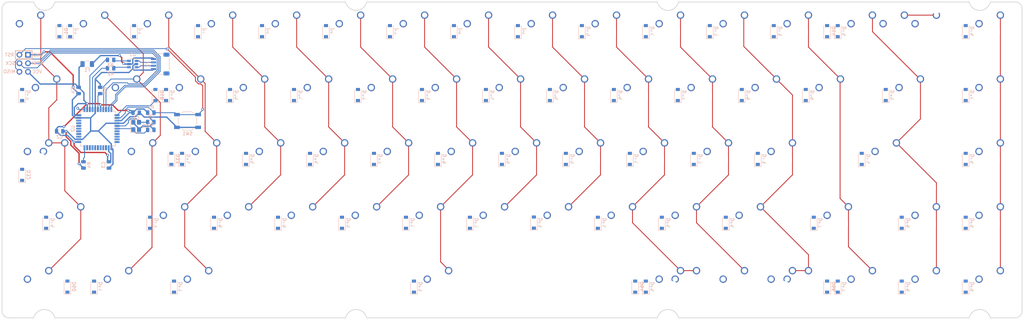
<source format=kicad_pcb>
(kicad_pcb (version 20171130) (host pcbnew "(5.1.6)-1")
  (layers (0 F.Cu signal) (31 B.Cu signal) (34 B.Paste user) (35 F.Paste user) (36 B.SilkS user) (37 F.SilkS user) (38 B.Mask user) (39 F.Mask user) (44 Edge.Cuts user))
  (net 0 "")
  (net 1 GND)
  (net 2 VCC)
  (net 3 XTAL2)
  (net 4 XTAL1)
  (net 5 "Net-(D1-Pad2)")
  (net 6 ROW0)
  (net 7 "Net-(D2-Pad2)")
  (net 8 "Net-(D3-Pad2)")
  (net 9 "Net-(D4-Pad2)")
  (net 10 "Net-(D5-Pad2)")
  (net 11 "Net-(D6-Pad2)")
  (net 12 "Net-(D7-Pad2)")
  (net 13 "Net-(D8-Pad2)")
  (net 14 "Net-(D9-Pad2)")
  (net 15 "Net-(D10-Pad2)")
  (net 16 "Net-(D11-Pad2)")
  (net 17 "Net-(D12-Pad2)")
  (net 18 "Net-(D13-Pad2)")
  (net 19 "Net-(D14-Pad2)")
  (net 20 "Net-(D15-Pad2)")
  (net 21 "Net-(D16-Pad2)")
  (net 22 "Net-(D17-Pad2)")
  (net 23 ROW1)
  (net 24 "Net-(D18-Pad2)")
  (net 25 "Net-(D19-Pad2)")
  (net 26 "Net-(D20-Pad2)")
  (net 27 "Net-(D21-Pad2)")
  (net 28 "Net-(D22-Pad2)")
  (net 29 "Net-(D23-Pad2)")
  (net 30 "Net-(D24-Pad2)")
  (net 31 "Net-(D25-Pad2)")
  (net 32 "Net-(D26-Pad2)")
  (net 33 "Net-(D27-Pad2)")
  (net 34 "Net-(D28-Pad2)")
  (net 35 "Net-(D29-Pad2)")
  (net 36 "Net-(D30-Pad2)")
  (net 37 "Net-(D31-Pad2)")
  (net 38 "Net-(D32-Pad2)")
  (net 39 ROW2)
  (net 40 "Net-(D33-Pad2)")
  (net 41 "Net-(D34-Pad2)")
  (net 42 "Net-(D35-Pad2)")
  (net 43 "Net-(D36-Pad2)")
  (net 44 "Net-(D37-Pad2)")
  (net 45 "Net-(D38-Pad2)")
  (net 46 "Net-(D39-Pad2)")
  (net 47 "Net-(D40-Pad2)")
  (net 48 "Net-(D41-Pad2)")
  (net 49 "Net-(D42-Pad2)")
  (net 50 "Net-(D43-Pad2)")
  (net 51 "Net-(D44-Pad2)")
  (net 52 "Net-(D45-Pad2)")
  (net 53 "Net-(D46-Pad2)")
  (net 54 "Net-(D47-Pad2)")
  (net 55 ROW3)
  (net 56 "Net-(D48-Pad2)")
  (net 57 "Net-(D49-Pad2)")
  (net 58 "Net-(D50-Pad2)")
  (net 59 "Net-(D51-Pad2)")
  (net 60 "Net-(D52-Pad2)")
  (net 61 "Net-(D53-Pad2)")
  (net 62 "Net-(D54-Pad2)")
  (net 63 "Net-(D55-Pad2)")
  (net 64 "Net-(D56-Pad2)")
  (net 65 "Net-(D57-Pad2)")
  (net 66 "Net-(D58-Pad2)")
  (net 67 "Net-(D59-Pad2)")
  (net 68 "Net-(D60-Pad2)")
  (net 69 "Net-(D61-Pad2)")
  (net 70 ROW4)
  (net 71 "Net-(D62-Pad2)")
  (net 72 "Net-(D63-Pad2)")
  (net 73 "Net-(D64-Pad2)")
  (net 74 "Net-(D65-Pad2)")
  (net 75 "Net-(D66-Pad2)")
  (net 76 "Net-(D67-Pad2)")
  (net 77 "Net-(D68-Pad2)")
  (net 78 "Net-(D69-Pad2)")
  (net 79 VBUS)
  (net 80 D+)
  (net 81 D-)
  (net 82 RESET)
  (net 83 MOSI)
  (net 84 SCK)
  (net 85 MISO)
  (net 86 COL0)
  (net 87 COL1)
  (net 88 COL2)
  (net 89 COL3)
  (net 90 COL4)
  (net 91 COL5)
  (net 92 COL6)
  (net 93 COL7)
  (net 94 COL8)
  (net 95 COL9)
  (net 96 COL10)
  (net 97 COL11)
  (net 98 COL12)
  (net 99 COL13)
  (net 100 COL14)
  (net 101 COL15)
  (net 102 "Net-(R2-Pad2)")
  (net 103 "Net-(R2-Pad1)")
  (net 104 "Net-(R3-Pad2)")
  (net 105 "Net-(R3-Pad1)")
  (net 106 "Net-(R4-Pad2)")
  (net 107 "Net-(U2-Pad42)")
  (net 108 "Net-(U2-Pad40)")
  (net 109 "Net-(U2-Pad18)")
  (net 110 "Net-(C7-Pad1)")
  (net 111 "Net-(U2-Pad36)")
  (net 112 "Net-(U2-Pad19)")
  (net 113 "Net-(U2-Pad20)")
  (net 114 "Net-(U2-Pad21)")
  (net 115 "Net-(U2-Pad22)")
  (net 116 "Net-(U2-Pad25)")
  (net 117 "Net-(U2-Pad26)")
  (net 118 "Net-(U2-Pad27)")
  (net 119 "Net-(U2-Pad28)")
  (net 120 "Net-(U2-Pad29)")
  (net 121 "Net-(U2-Pad30)")
  (net 122 "Net-(U2-Pad31)")
  (net 123 "Net-(U2-Pad32)")
  (net 124 "Net-(U2-Pad37)")
  (net 125 "Net-(U2-Pad38)")
  (net 126 "Net-(U2-Pad39)")
  (module Button_Switch_Keyboard:SW_Cherry_MX_1.75u_PCB (layer F.Cu) (at 7.14375 38.1)
    (fp_text reference MX34)
    (fp_text value 1.75u)
    (pad "" np_thru_hole circle (at 2.54 5.08) (size 1.7 1.7) (drill 1.7) (layers *.Cu *.Mask))
    (pad "" np_thru_hole circle (at -7.62 5.08) (size 1.7 1.7) (drill 1.7) (layers *.Cu *.Mask))
    (pad "" np_thru_hole circle (at -2.54 5.08) (size 4 4) (drill 4) (layers *.Cu *.Mask))
    (pad 2 thru_hole circle (at -6.35 2.54) (size 2.2 2.2) (drill 1.5) (layers *.Cu *.Mask) (net 38 "Net-(D32-Pad2)"))
    (pad 1 thru_hole circle (at 0 0) (size 2.2 2.2) (drill 1.5) (layers *.Cu *.Mask) (net 86 COL0))
  )
  (module Button_Switch_Keyboard:SW_Cherry_MX_1.00u_PCB (layer F.Cu) (at 0 0)
    (fp_text reference MX1)
    (fp_text value 1u)
    (pad "" np_thru_hole circle (at 2.54 5.08) (size 1.7 1.7) (drill 1.7) (layers *.Cu *.Mask))
    (pad "" np_thru_hole circle (at -7.62 5.08) (size 1.7 1.7) (drill 1.7) (layers *.Cu *.Mask))
    (pad "" np_thru_hole circle (at -2.54 5.08) (size 4 4) (drill 4) (layers *.Cu *.Mask))
    (pad 2 thru_hole circle (at -6.35 2.54) (size 2.2 2.2) (drill 1.5) (layers *.Cu *.Mask) (net 5 "Net-(D1-Pad2)"))
    (pad 1 thru_hole circle (at 0 0) (size 2.2 2.2) (drill 1.5) (layers *.Cu *.Mask) (net 86 COL0))
  )
  (module Button_Switch_Keyboard:SW_Cherry_MX_1.00u_PCB (layer F.Cu) (at 19.05 0)
    (fp_text reference MX2)
    (fp_text value 1u)
    (pad "" np_thru_hole circle (at 2.54 5.08) (size 1.7 1.7) (drill 1.7) (layers *.Cu *.Mask))
    (pad "" np_thru_hole circle (at -7.62 5.08) (size 1.7 1.7) (drill 1.7) (layers *.Cu *.Mask))
    (pad "" np_thru_hole circle (at -2.54 5.08) (size 4 4) (drill 4) (layers *.Cu *.Mask))
    (pad 2 thru_hole circle (at -6.35 2.54) (size 2.2 2.2) (drill 1.5) (layers *.Cu *.Mask) (net 7 "Net-(D2-Pad2)"))
    (pad 1 thru_hole circle (at 0 0) (size 2.2 2.2) (drill 1.5) (layers *.Cu *.Mask) (net 87 COL1))
  )
  (module Button_Switch_Keyboard:SW_Cherry_MX_1.00u_PCB (layer F.Cu) (at 38.1 0)
    (fp_text reference MX3)
    (fp_text value 1u)
    (pad "" np_thru_hole circle (at 2.54 5.08) (size 1.7 1.7) (drill 1.7) (layers *.Cu *.Mask))
    (pad "" np_thru_hole circle (at -7.62 5.08) (size 1.7 1.7) (drill 1.7) (layers *.Cu *.Mask))
    (pad "" np_thru_hole circle (at -2.54 5.08) (size 4 4) (drill 4) (layers *.Cu *.Mask))
    (pad 2 thru_hole circle (at -6.35 2.54) (size 2.2 2.2) (drill 1.5) (layers *.Cu *.Mask) (net 8 "Net-(D3-Pad2)"))
    (pad 1 thru_hole circle (at 0 0) (size 2.2 2.2) (drill 1.5) (layers *.Cu *.Mask) (net 88 COL2))
  )
  (module Button_Switch_Keyboard:SW_Cherry_MX_1.00u_PCB (layer F.Cu) (at 57.15 0)
    (fp_text reference MX4)
    (fp_text value 1u)
    (pad "" np_thru_hole circle (at 2.54 5.08) (size 1.7 1.7) (drill 1.7) (layers *.Cu *.Mask))
    (pad "" np_thru_hole circle (at -7.62 5.08) (size 1.7 1.7) (drill 1.7) (layers *.Cu *.Mask))
    (pad "" np_thru_hole circle (at -2.54 5.08) (size 4 4) (drill 4) (layers *.Cu *.Mask))
    (pad 2 thru_hole circle (at -6.35 2.54) (size 2.2 2.2) (drill 1.5) (layers *.Cu *.Mask) (net 9 "Net-(D4-Pad2)"))
    (pad 1 thru_hole circle (at 0 0) (size 2.2 2.2) (drill 1.5) (layers *.Cu *.Mask) (net 89 COL3))
  )
  (module Button_Switch_Keyboard:SW_Cherry_MX_1.00u_PCB (layer F.Cu) (at 76.2 0)
    (fp_text reference MX5)
    (fp_text value 1u)
    (pad "" np_thru_hole circle (at 2.54 5.08) (size 1.7 1.7) (drill 1.7) (layers *.Cu *.Mask))
    (pad "" np_thru_hole circle (at -7.62 5.08) (size 1.7 1.7) (drill 1.7) (layers *.Cu *.Mask))
    (pad "" np_thru_hole circle (at -2.54 5.08) (size 4 4) (drill 4) (layers *.Cu *.Mask))
    (pad 2 thru_hole circle (at -6.35 2.54) (size 2.2 2.2) (drill 1.5) (layers *.Cu *.Mask) (net 10 "Net-(D5-Pad2)"))
    (pad 1 thru_hole circle (at 0 0) (size 2.2 2.2) (drill 1.5) (layers *.Cu *.Mask) (net 90 COL4))
  )
  (module Button_Switch_Keyboard:SW_Cherry_MX_1.00u_PCB (layer F.Cu) (at 95.25 0)
    (fp_text reference MX6)
    (fp_text value 1u)
    (pad "" np_thru_hole circle (at 2.54 5.08) (size 1.7 1.7) (drill 1.7) (layers *.Cu *.Mask))
    (pad "" np_thru_hole circle (at -7.62 5.08) (size 1.7 1.7) (drill 1.7) (layers *.Cu *.Mask))
    (pad "" np_thru_hole circle (at -2.54 5.08) (size 4 4) (drill 4) (layers *.Cu *.Mask))
    (pad 2 thru_hole circle (at -6.35 2.54) (size 2.2 2.2) (drill 1.5) (layers *.Cu *.Mask) (net 11 "Net-(D6-Pad2)"))
    (pad 1 thru_hole circle (at 0 0) (size 2.2 2.2) (drill 1.5) (layers *.Cu *.Mask) (net 91 COL5))
  )
  (module Button_Switch_Keyboard:SW_Cherry_MX_1.00u_PCB (layer F.Cu) (at 114.3 0)
    (fp_text reference MX7)
    (fp_text value 1u)
    (pad "" np_thru_hole circle (at 2.54 5.08) (size 1.7 1.7) (drill 1.7) (layers *.Cu *.Mask))
    (pad "" np_thru_hole circle (at -7.62 5.08) (size 1.7 1.7) (drill 1.7) (layers *.Cu *.Mask))
    (pad "" np_thru_hole circle (at -2.54 5.08) (size 4 4) (drill 4) (layers *.Cu *.Mask))
    (pad 2 thru_hole circle (at -6.35 2.54) (size 2.2 2.2) (drill 1.5) (layers *.Cu *.Mask) (net 12 "Net-(D7-Pad2)"))
    (pad 1 thru_hole circle (at 0 0) (size 2.2 2.2) (drill 1.5) (layers *.Cu *.Mask) (net 92 COL6))
  )
  (module Button_Switch_Keyboard:SW_Cherry_MX_1.00u_PCB (layer F.Cu) (at 133.35 0)
    (fp_text reference MX8)
    (fp_text value 1u)
    (pad "" np_thru_hole circle (at 2.54 5.08) (size 1.7 1.7) (drill 1.7) (layers *.Cu *.Mask))
    (pad "" np_thru_hole circle (at -7.62 5.08) (size 1.7 1.7) (drill 1.7) (layers *.Cu *.Mask))
    (pad "" np_thru_hole circle (at -2.54 5.08) (size 4 4) (drill 4) (layers *.Cu *.Mask))
    (pad 2 thru_hole circle (at -6.35 2.54) (size 2.2 2.2) (drill 1.5) (layers *.Cu *.Mask) (net 13 "Net-(D8-Pad2)"))
    (pad 1 thru_hole circle (at 0 0) (size 2.2 2.2) (drill 1.5) (layers *.Cu *.Mask) (net 93 COL7))
  )
  (module Button_Switch_Keyboard:SW_Cherry_MX_1.00u_PCB (layer F.Cu) (at 152.4 0)
    (fp_text reference MX9)
    (fp_text value 1u)
    (pad "" np_thru_hole circle (at 2.54 5.08) (size 1.7 1.7) (drill 1.7) (layers *.Cu *.Mask))
    (pad "" np_thru_hole circle (at -7.62 5.08) (size 1.7 1.7) (drill 1.7) (layers *.Cu *.Mask))
    (pad "" np_thru_hole circle (at -2.54 5.08) (size 4 4) (drill 4) (layers *.Cu *.Mask))
    (pad 2 thru_hole circle (at -6.35 2.54) (size 2.2 2.2) (drill 1.5) (layers *.Cu *.Mask) (net 14 "Net-(D9-Pad2)"))
    (pad 1 thru_hole circle (at 0 0) (size 2.2 2.2) (drill 1.5) (layers *.Cu *.Mask) (net 94 COL8))
  )
  (module Button_Switch_Keyboard:SW_Cherry_MX_1.00u_PCB (layer F.Cu) (at 171.45 0)
    (fp_text reference MX10)
    (fp_text value 1u)
    (pad "" np_thru_hole circle (at 2.54 5.08) (size 1.7 1.7) (drill 1.7) (layers *.Cu *.Mask))
    (pad "" np_thru_hole circle (at -7.62 5.08) (size 1.7 1.7) (drill 1.7) (layers *.Cu *.Mask))
    (pad "" np_thru_hole circle (at -2.54 5.08) (size 4 4) (drill 4) (layers *.Cu *.Mask))
    (pad 2 thru_hole circle (at -6.35 2.54) (size 2.2 2.2) (drill 1.5) (layers *.Cu *.Mask) (net 15 "Net-(D10-Pad2)"))
    (pad 1 thru_hole circle (at 0 0) (size 2.2 2.2) (drill 1.5) (layers *.Cu *.Mask) (net 95 COL9))
  )
  (module Button_Switch_Keyboard:SW_Cherry_MX_1.00u_PCB (layer F.Cu) (at 190.5 0)
    (fp_text reference MX11)
    (fp_text value 1u)
    (pad "" np_thru_hole circle (at 2.54 5.08) (size 1.7 1.7) (drill 1.7) (layers *.Cu *.Mask))
    (pad "" np_thru_hole circle (at -7.62 5.08) (size 1.7 1.7) (drill 1.7) (layers *.Cu *.Mask))
    (pad "" np_thru_hole circle (at -2.54 5.08) (size 4 4) (drill 4) (layers *.Cu *.Mask))
    (pad 2 thru_hole circle (at -6.35 2.54) (size 2.2 2.2) (drill 1.5) (layers *.Cu *.Mask) (net 16 "Net-(D11-Pad2)"))
    (pad 1 thru_hole circle (at 0 0) (size 2.2 2.2) (drill 1.5) (layers *.Cu *.Mask) (net 96 COL10))
  )
  (module Button_Switch_Keyboard:SW_Cherry_MX_1.00u_PCB (layer F.Cu) (at 209.55 0)
    (fp_text reference MX12)
    (fp_text value 1u)
    (pad "" np_thru_hole circle (at 2.54 5.08) (size 1.7 1.7) (drill 1.7) (layers *.Cu *.Mask))
    (pad "" np_thru_hole circle (at -7.62 5.08) (size 1.7 1.7) (drill 1.7) (layers *.Cu *.Mask))
    (pad "" np_thru_hole circle (at -2.54 5.08) (size 4 4) (drill 4) (layers *.Cu *.Mask))
    (pad 2 thru_hole circle (at -6.35 2.54) (size 2.2 2.2) (drill 1.5) (layers *.Cu *.Mask) (net 17 "Net-(D12-Pad2)"))
    (pad 1 thru_hole circle (at 0 0) (size 2.2 2.2) (drill 1.5) (layers *.Cu *.Mask) (net 97 COL11))
  )
  (module Button_Switch_Keyboard:SW_Cherry_MX_1.00u_PCB (layer F.Cu) (at 228.6 0)
    (fp_text reference MX13)
    (fp_text value 1u)
    (pad "" np_thru_hole circle (at 2.54 5.08) (size 1.7 1.7) (drill 1.7) (layers *.Cu *.Mask))
    (pad "" np_thru_hole circle (at -7.62 5.08) (size 1.7 1.7) (drill 1.7) (layers *.Cu *.Mask))
    (pad "" np_thru_hole circle (at -2.54 5.08) (size 4 4) (drill 4) (layers *.Cu *.Mask))
    (pad 2 thru_hole circle (at -6.35 2.54) (size 2.2 2.2) (drill 1.5) (layers *.Cu *.Mask) (net 18 "Net-(D13-Pad2)"))
    (pad 1 thru_hole circle (at 0 0) (size 2.2 2.2) (drill 1.5) (layers *.Cu *.Mask) (net 98 COL12))
  )
  (module Button_Switch_Keyboard:SW_Cherry_MX_1.00u_PCB (layer F.Cu) (at 247.65 0)
    (fp_text reference MX14)
    (fp_text value 1u)
    (pad "" np_thru_hole circle (at 2.54 5.08) (size 1.7 1.7) (drill 1.7) (layers *.Cu *.Mask))
    (pad "" np_thru_hole circle (at -7.62 5.08) (size 1.7 1.7) (drill 1.7) (layers *.Cu *.Mask))
    (pad "" np_thru_hole circle (at -2.54 5.08) (size 4 4) (drill 4) (layers *.Cu *.Mask))
    (pad 2 thru_hole circle (at -6.35 2.54) (size 2.2 2.2) (drill 1.5) (layers *.Cu *.Mask) (net 19 "Net-(D14-Pad2)"))
    (pad 1 thru_hole circle (at 0 0) (size 2.2 2.2) (drill 1.5) (layers *.Cu *.Mask) (net 99 COL13))
  )
  (module Button_Switch_Keyboard:SW_Cherry_MX_1.00u_PCB (layer F.Cu) (at 266.7 0)
    (fp_text reference MX15)
    (fp_text value 1u)
    (pad "" np_thru_hole circle (at 2.54 5.08) (size 1.7 1.7) (drill 1.7) (layers *.Cu *.Mask))
    (pad "" np_thru_hole circle (at -7.62 5.08) (size 1.7 1.7) (drill 1.7) (layers *.Cu *.Mask))
    (pad "" np_thru_hole circle (at -2.54 5.08) (size 4 4) (drill 4) (layers *.Cu *.Mask))
    (pad 2 thru_hole circle (at -6.35 2.54) (size 2.2 2.2) (drill 1.5) (layers *.Cu *.Mask) (net 20 "Net-(D15-Pad2)"))
    (pad 1 thru_hole circle (at 0 0) (size 2.2 2.2) (drill 1.5) (layers *.Cu *.Mask) (net 100 COL14))
  )
  (module Button_Switch_Keyboard:SW_Cherry_MX_1.00u_PCB (layer F.Cu) (at 285.75 0)
    (fp_text reference MX16)
    (fp_text value 1u)
    (pad "" np_thru_hole circle (at 2.54 5.08) (size 1.7 1.7) (drill 1.7) (layers *.Cu *.Mask))
    (pad "" np_thru_hole circle (at -7.62 5.08) (size 1.7 1.7) (drill 1.7) (layers *.Cu *.Mask))
    (pad "" np_thru_hole circle (at -2.54 5.08) (size 4 4) (drill 4) (layers *.Cu *.Mask))
    (pad 2 thru_hole circle (at -6.35 2.54) (size 2.2 2.2) (drill 1.5) (layers *.Cu *.Mask) (net 21 "Net-(D16-Pad2)"))
    (pad 1 thru_hole circle (at 0 0) (size 2.2 2.2) (drill 1.5) (layers *.Cu *.Mask) (net 101 COL15))
  )
  (module Button_Switch_Keyboard:SW_Cherry_MX_1.00u_PCB (layer F.Cu) (at 28.575 19.05)
    (fp_text reference MX19)
    (fp_text value 1u)
    (pad "" np_thru_hole circle (at 2.54 5.08) (size 1.7 1.7) (drill 1.7) (layers *.Cu *.Mask))
    (pad "" np_thru_hole circle (at -7.62 5.08) (size 1.7 1.7) (drill 1.7) (layers *.Cu *.Mask))
    (pad "" np_thru_hole circle (at -2.54 5.08) (size 4 4) (drill 4) (layers *.Cu *.Mask))
    (pad 2 thru_hole circle (at -6.35 2.54) (size 2.2 2.2) (drill 1.5) (layers *.Cu *.Mask) (net 24 "Net-(D18-Pad2)"))
    (pad 1 thru_hole circle (at 0 0) (size 2.2 2.2) (drill 1.5) (layers *.Cu *.Mask) (net 87 COL1))
  )
  (module Button_Switch_Keyboard:SW_Cherry_MX_1.00u_PCB (layer F.Cu) (at 47.625 19.05)
    (fp_text reference MX20)
    (fp_text value 1u)
    (pad "" np_thru_hole circle (at 2.54 5.08) (size 1.7 1.7) (drill 1.7) (layers *.Cu *.Mask))
    (pad "" np_thru_hole circle (at -7.62 5.08) (size 1.7 1.7) (drill 1.7) (layers *.Cu *.Mask))
    (pad "" np_thru_hole circle (at -2.54 5.08) (size 4 4) (drill 4) (layers *.Cu *.Mask))
    (pad 2 thru_hole circle (at -6.35 2.54) (size 2.2 2.2) (drill 1.5) (layers *.Cu *.Mask) (net 25 "Net-(D19-Pad2)"))
    (pad 1 thru_hole circle (at 0 0) (size 2.2 2.2) (drill 1.5) (layers *.Cu *.Mask) (net 88 COL2))
  )
  (module Button_Switch_Keyboard:SW_Cherry_MX_1.00u_PCB (layer F.Cu) (at 66.675 19.05)
    (fp_text reference MX21)
    (fp_text value 1u)
    (pad "" np_thru_hole circle (at 2.54 5.08) (size 1.7 1.7) (drill 1.7) (layers *.Cu *.Mask))
    (pad "" np_thru_hole circle (at -7.62 5.08) (size 1.7 1.7) (drill 1.7) (layers *.Cu *.Mask))
    (pad "" np_thru_hole circle (at -2.54 5.08) (size 4 4) (drill 4) (layers *.Cu *.Mask))
    (pad 2 thru_hole circle (at -6.35 2.54) (size 2.2 2.2) (drill 1.5) (layers *.Cu *.Mask) (net 26 "Net-(D20-Pad2)"))
    (pad 1 thru_hole circle (at 0 0) (size 2.2 2.2) (drill 1.5) (layers *.Cu *.Mask) (net 89 COL3))
  )
  (module Button_Switch_Keyboard:SW_Cherry_MX_1.00u_PCB (layer F.Cu) (at 85.725 19.05)
    (fp_text reference MX22)
    (fp_text value 1u)
    (pad "" np_thru_hole circle (at 2.54 5.08) (size 1.7 1.7) (drill 1.7) (layers *.Cu *.Mask))
    (pad "" np_thru_hole circle (at -7.62 5.08) (size 1.7 1.7) (drill 1.7) (layers *.Cu *.Mask))
    (pad "" np_thru_hole circle (at -2.54 5.08) (size 4 4) (drill 4) (layers *.Cu *.Mask))
    (pad 2 thru_hole circle (at -6.35 2.54) (size 2.2 2.2) (drill 1.5) (layers *.Cu *.Mask) (net 27 "Net-(D21-Pad2)"))
    (pad 1 thru_hole circle (at 0 0) (size 2.2 2.2) (drill 1.5) (layers *.Cu *.Mask) (net 90 COL4))
  )
  (module Button_Switch_Keyboard:SW_Cherry_MX_1.00u_PCB (layer F.Cu) (at 104.775 19.05)
    (fp_text reference MX23)
    (fp_text value 1u)
    (pad "" np_thru_hole circle (at 2.54 5.08) (size 1.7 1.7) (drill 1.7) (layers *.Cu *.Mask))
    (pad "" np_thru_hole circle (at -7.62 5.08) (size 1.7 1.7) (drill 1.7) (layers *.Cu *.Mask))
    (pad "" np_thru_hole circle (at -2.54 5.08) (size 4 4) (drill 4) (layers *.Cu *.Mask))
    (pad 2 thru_hole circle (at -6.35 2.54) (size 2.2 2.2) (drill 1.5) (layers *.Cu *.Mask) (net 28 "Net-(D22-Pad2)"))
    (pad 1 thru_hole circle (at 0 0) (size 2.2 2.2) (drill 1.5) (layers *.Cu *.Mask) (net 91 COL5))
  )
  (module Button_Switch_Keyboard:SW_Cherry_MX_1.00u_PCB (layer F.Cu) (at 123.825 19.05)
    (fp_text reference MX24)
    (fp_text value 1u)
    (pad "" np_thru_hole circle (at 2.54 5.08) (size 1.7 1.7) (drill 1.7) (layers *.Cu *.Mask))
    (pad "" np_thru_hole circle (at -7.62 5.08) (size 1.7 1.7) (drill 1.7) (layers *.Cu *.Mask))
    (pad "" np_thru_hole circle (at -2.54 5.08) (size 4 4) (drill 4) (layers *.Cu *.Mask))
    (pad 2 thru_hole circle (at -6.35 2.54) (size 2.2 2.2) (drill 1.5) (layers *.Cu *.Mask) (net 29 "Net-(D23-Pad2)"))
    (pad 1 thru_hole circle (at 0 0) (size 2.2 2.2) (drill 1.5) (layers *.Cu *.Mask) (net 92 COL6))
  )
  (module Button_Switch_Keyboard:SW_Cherry_MX_1.00u_PCB (layer F.Cu) (at 142.875 19.05)
    (fp_text reference MX25)
    (fp_text value 1u)
    (pad "" np_thru_hole circle (at 2.54 5.08) (size 1.7 1.7) (drill 1.7) (layers *.Cu *.Mask))
    (pad "" np_thru_hole circle (at -7.62 5.08) (size 1.7 1.7) (drill 1.7) (layers *.Cu *.Mask))
    (pad "" np_thru_hole circle (at -2.54 5.08) (size 4 4) (drill 4) (layers *.Cu *.Mask))
    (pad 2 thru_hole circle (at -6.35 2.54) (size 2.2 2.2) (drill 1.5) (layers *.Cu *.Mask) (net 30 "Net-(D24-Pad2)"))
    (pad 1 thru_hole circle (at 0 0) (size 2.2 2.2) (drill 1.5) (layers *.Cu *.Mask) (net 93 COL7))
  )
  (module Button_Switch_Keyboard:SW_Cherry_MX_1.00u_PCB (layer F.Cu) (at 161.925 19.05)
    (fp_text reference MX26)
    (fp_text value 1u)
    (pad "" np_thru_hole circle (at 2.54 5.08) (size 1.7 1.7) (drill 1.7) (layers *.Cu *.Mask))
    (pad "" np_thru_hole circle (at -7.62 5.08) (size 1.7 1.7) (drill 1.7) (layers *.Cu *.Mask))
    (pad "" np_thru_hole circle (at -2.54 5.08) (size 4 4) (drill 4) (layers *.Cu *.Mask))
    (pad 2 thru_hole circle (at -6.35 2.54) (size 2.2 2.2) (drill 1.5) (layers *.Cu *.Mask) (net 31 "Net-(D25-Pad2)"))
    (pad 1 thru_hole circle (at 0 0) (size 2.2 2.2) (drill 1.5) (layers *.Cu *.Mask) (net 94 COL8))
  )
  (module Button_Switch_Keyboard:SW_Cherry_MX_1.00u_PCB (layer F.Cu) (at 180.975 19.05)
    (fp_text reference MX27)
    (fp_text value 1u)
    (pad "" np_thru_hole circle (at 2.54 5.08) (size 1.7 1.7) (drill 1.7) (layers *.Cu *.Mask))
    (pad "" np_thru_hole circle (at -7.62 5.08) (size 1.7 1.7) (drill 1.7) (layers *.Cu *.Mask))
    (pad "" np_thru_hole circle (at -2.54 5.08) (size 4 4) (drill 4) (layers *.Cu *.Mask))
    (pad 2 thru_hole circle (at -6.35 2.54) (size 2.2 2.2) (drill 1.5) (layers *.Cu *.Mask) (net 32 "Net-(D26-Pad2)"))
    (pad 1 thru_hole circle (at 0 0) (size 2.2 2.2) (drill 1.5) (layers *.Cu *.Mask) (net 95 COL9))
  )
  (module Button_Switch_Keyboard:SW_Cherry_MX_1.00u_PCB (layer F.Cu) (at 200.025 19.05)
    (fp_text reference MX28)
    (fp_text value 1u)
    (pad "" np_thru_hole circle (at 2.54 5.08) (size 1.7 1.7) (drill 1.7) (layers *.Cu *.Mask))
    (pad "" np_thru_hole circle (at -7.62 5.08) (size 1.7 1.7) (drill 1.7) (layers *.Cu *.Mask))
    (pad "" np_thru_hole circle (at -2.54 5.08) (size 4 4) (drill 4) (layers *.Cu *.Mask))
    (pad 2 thru_hole circle (at -6.35 2.54) (size 2.2 2.2) (drill 1.5) (layers *.Cu *.Mask) (net 33 "Net-(D27-Pad2)"))
    (pad 1 thru_hole circle (at 0 0) (size 2.2 2.2) (drill 1.5) (layers *.Cu *.Mask) (net 96 COL10))
  )
  (module Button_Switch_Keyboard:SW_Cherry_MX_1.00u_PCB (layer F.Cu) (at 219.075 19.05)
    (fp_text reference MX29)
    (fp_text value 1u)
    (pad "" np_thru_hole circle (at 2.54 5.08) (size 1.7 1.7) (drill 1.7) (layers *.Cu *.Mask))
    (pad "" np_thru_hole circle (at -7.62 5.08) (size 1.7 1.7) (drill 1.7) (layers *.Cu *.Mask))
    (pad "" np_thru_hole circle (at -2.54 5.08) (size 4 4) (drill 4) (layers *.Cu *.Mask))
    (pad 2 thru_hole circle (at -6.35 2.54) (size 2.2 2.2) (drill 1.5) (layers *.Cu *.Mask) (net 34 "Net-(D28-Pad2)"))
    (pad 1 thru_hole circle (at 0 0) (size 2.2 2.2) (drill 1.5) (layers *.Cu *.Mask) (net 97 COL11))
  )
  (module Button_Switch_Keyboard:SW_Cherry_MX_1.00u_PCB (layer F.Cu) (at 238.125 19.05)
    (fp_text reference MX30)
    (fp_text value 1u)
    (pad "" np_thru_hole circle (at 2.54 5.08) (size 1.7 1.7) (drill 1.7) (layers *.Cu *.Mask))
    (pad "" np_thru_hole circle (at -7.62 5.08) (size 1.7 1.7) (drill 1.7) (layers *.Cu *.Mask))
    (pad "" np_thru_hole circle (at -2.54 5.08) (size 4 4) (drill 4) (layers *.Cu *.Mask))
    (pad 2 thru_hole circle (at -6.35 2.54) (size 2.2 2.2) (drill 1.5) (layers *.Cu *.Mask) (net 35 "Net-(D29-Pad2)"))
    (pad 1 thru_hole circle (at 0 0) (size 2.2 2.2) (drill 1.5) (layers *.Cu *.Mask) (net 98 COL12))
  )
  (module Button_Switch_Keyboard:SW_Cherry_MX_1.00u_PCB (layer F.Cu) (at 285.75 19.05)
    (fp_text reference MX32)
    (fp_text value 1u)
    (pad "" np_thru_hole circle (at 2.54 5.08) (size 1.7 1.7) (drill 1.7) (layers *.Cu *.Mask))
    (pad "" np_thru_hole circle (at -7.62 5.08) (size 1.7 1.7) (drill 1.7) (layers *.Cu *.Mask))
    (pad "" np_thru_hole circle (at -2.54 5.08) (size 4 4) (drill 4) (layers *.Cu *.Mask))
    (pad 2 thru_hole circle (at -6.35 2.54) (size 2.2 2.2) (drill 1.5) (layers *.Cu *.Mask) (net 37 "Net-(D31-Pad2)"))
    (pad 1 thru_hole circle (at 0 0) (size 2.2 2.2) (drill 1.5) (layers *.Cu *.Mask) (net 101 COL15))
  )
  (module Button_Switch_Keyboard:SW_Cherry_MX_1.00u_PCB (layer F.Cu) (at 33.3375 38.1)
    (fp_text reference MX35)
    (fp_text value 1u)
    (pad "" np_thru_hole circle (at 2.54 5.08) (size 1.7 1.7) (drill 1.7) (layers *.Cu *.Mask))
    (pad "" np_thru_hole circle (at -7.62 5.08) (size 1.7 1.7) (drill 1.7) (layers *.Cu *.Mask))
    (pad "" np_thru_hole circle (at -2.54 5.08) (size 4 4) (drill 4) (layers *.Cu *.Mask))
    (pad 2 thru_hole circle (at -6.35 2.54) (size 2.2 2.2) (drill 1.5) (layers *.Cu *.Mask) (net 40 "Net-(D33-Pad2)"))
    (pad 1 thru_hole circle (at 0 0) (size 2.2 2.2) (drill 1.5) (layers *.Cu *.Mask) (net 87 COL1))
  )
  (module Button_Switch_Keyboard:SW_Cherry_MX_1.00u_PCB (layer F.Cu) (at 52.3875 38.1)
    (fp_text reference MX36)
    (fp_text value 1u)
    (pad "" np_thru_hole circle (at 2.54 5.08) (size 1.7 1.7) (drill 1.7) (layers *.Cu *.Mask))
    (pad "" np_thru_hole circle (at -7.62 5.08) (size 1.7 1.7) (drill 1.7) (layers *.Cu *.Mask))
    (pad "" np_thru_hole circle (at -2.54 5.08) (size 4 4) (drill 4) (layers *.Cu *.Mask))
    (pad 2 thru_hole circle (at -6.35 2.54) (size 2.2 2.2) (drill 1.5) (layers *.Cu *.Mask) (net 41 "Net-(D34-Pad2)"))
    (pad 1 thru_hole circle (at 0 0) (size 2.2 2.2) (drill 1.5) (layers *.Cu *.Mask) (net 88 COL2))
  )
  (module Button_Switch_Keyboard:SW_Cherry_MX_1.00u_PCB (layer F.Cu) (at 71.4375 38.1)
    (fp_text reference MX37)
    (fp_text value 1u)
    (pad "" np_thru_hole circle (at 2.54 5.08) (size 1.7 1.7) (drill 1.7) (layers *.Cu *.Mask))
    (pad "" np_thru_hole circle (at -7.62 5.08) (size 1.7 1.7) (drill 1.7) (layers *.Cu *.Mask))
    (pad "" np_thru_hole circle (at -2.54 5.08) (size 4 4) (drill 4) (layers *.Cu *.Mask))
    (pad 2 thru_hole circle (at -6.35 2.54) (size 2.2 2.2) (drill 1.5) (layers *.Cu *.Mask) (net 42 "Net-(D35-Pad2)"))
    (pad 1 thru_hole circle (at 0 0) (size 2.2 2.2) (drill 1.5) (layers *.Cu *.Mask) (net 89 COL3))
  )
  (module Button_Switch_Keyboard:SW_Cherry_MX_1.00u_PCB (layer F.Cu) (at 90.4875 38.1)
    (fp_text reference MX38)
    (fp_text value 1u)
    (pad "" np_thru_hole circle (at 2.54 5.08) (size 1.7 1.7) (drill 1.7) (layers *.Cu *.Mask))
    (pad "" np_thru_hole circle (at -7.62 5.08) (size 1.7 1.7) (drill 1.7) (layers *.Cu *.Mask))
    (pad "" np_thru_hole circle (at -2.54 5.08) (size 4 4) (drill 4) (layers *.Cu *.Mask))
    (pad 2 thru_hole circle (at -6.35 2.54) (size 2.2 2.2) (drill 1.5) (layers *.Cu *.Mask) (net 43 "Net-(D36-Pad2)"))
    (pad 1 thru_hole circle (at 0 0) (size 2.2 2.2) (drill 1.5) (layers *.Cu *.Mask) (net 90 COL4))
  )
  (module Button_Switch_Keyboard:SW_Cherry_MX_1.00u_PCB (layer F.Cu) (at 109.5375 38.1)
    (fp_text reference MX39)
    (fp_text value 1u)
    (pad "" np_thru_hole circle (at 2.54 5.08) (size 1.7 1.7) (drill 1.7) (layers *.Cu *.Mask))
    (pad "" np_thru_hole circle (at -7.62 5.08) (size 1.7 1.7) (drill 1.7) (layers *.Cu *.Mask))
    (pad "" np_thru_hole circle (at -2.54 5.08) (size 4 4) (drill 4) (layers *.Cu *.Mask))
    (pad 2 thru_hole circle (at -6.35 2.54) (size 2.2 2.2) (drill 1.5) (layers *.Cu *.Mask) (net 44 "Net-(D37-Pad2)"))
    (pad 1 thru_hole circle (at 0 0) (size 2.2 2.2) (drill 1.5) (layers *.Cu *.Mask) (net 91 COL5))
  )
  (module Button_Switch_Keyboard:SW_Cherry_MX_1.00u_PCB (layer F.Cu) (at 128.5875 38.1)
    (fp_text reference MX40)
    (fp_text value 1u)
    (pad "" np_thru_hole circle (at 2.54 5.08) (size 1.7 1.7) (drill 1.7) (layers *.Cu *.Mask))
    (pad "" np_thru_hole circle (at -7.62 5.08) (size 1.7 1.7) (drill 1.7) (layers *.Cu *.Mask))
    (pad "" np_thru_hole circle (at -2.54 5.08) (size 4 4) (drill 4) (layers *.Cu *.Mask))
    (pad 2 thru_hole circle (at -6.35 2.54) (size 2.2 2.2) (drill 1.5) (layers *.Cu *.Mask) (net 45 "Net-(D38-Pad2)"))
    (pad 1 thru_hole circle (at 0 0) (size 2.2 2.2) (drill 1.5) (layers *.Cu *.Mask) (net 92 COL6))
  )
  (module Button_Switch_Keyboard:SW_Cherry_MX_1.00u_PCB (layer F.Cu) (at 147.6375 38.1)
    (fp_text reference MX41)
    (fp_text value 1u)
    (pad "" np_thru_hole circle (at 2.54 5.08) (size 1.7 1.7) (drill 1.7) (layers *.Cu *.Mask))
    (pad "" np_thru_hole circle (at -7.62 5.08) (size 1.7 1.7) (drill 1.7) (layers *.Cu *.Mask))
    (pad "" np_thru_hole circle (at -2.54 5.08) (size 4 4) (drill 4) (layers *.Cu *.Mask))
    (pad 2 thru_hole circle (at -6.35 2.54) (size 2.2 2.2) (drill 1.5) (layers *.Cu *.Mask) (net 46 "Net-(D39-Pad2)"))
    (pad 1 thru_hole circle (at 0 0) (size 2.2 2.2) (drill 1.5) (layers *.Cu *.Mask) (net 93 COL7))
  )
  (module Button_Switch_Keyboard:SW_Cherry_MX_1.00u_PCB (layer F.Cu) (at 166.6875 38.1)
    (fp_text reference MX42)
    (fp_text value 1u)
    (pad "" np_thru_hole circle (at 2.54 5.08) (size 1.7 1.7) (drill 1.7) (layers *.Cu *.Mask))
    (pad "" np_thru_hole circle (at -7.62 5.08) (size 1.7 1.7) (drill 1.7) (layers *.Cu *.Mask))
    (pad "" np_thru_hole circle (at -2.54 5.08) (size 4 4) (drill 4) (layers *.Cu *.Mask))
    (pad 2 thru_hole circle (at -6.35 2.54) (size 2.2 2.2) (drill 1.5) (layers *.Cu *.Mask) (net 47 "Net-(D40-Pad2)"))
    (pad 1 thru_hole circle (at 0 0) (size 2.2 2.2) (drill 1.5) (layers *.Cu *.Mask) (net 94 COL8))
  )
  (module Button_Switch_Keyboard:SW_Cherry_MX_1.00u_PCB (layer F.Cu) (at 185.7375 38.1)
    (fp_text reference MX43)
    (fp_text value 1u)
    (pad "" np_thru_hole circle (at 2.54 5.08) (size 1.7 1.7) (drill 1.7) (layers *.Cu *.Mask))
    (pad "" np_thru_hole circle (at -7.62 5.08) (size 1.7 1.7) (drill 1.7) (layers *.Cu *.Mask))
    (pad "" np_thru_hole circle (at -2.54 5.08) (size 4 4) (drill 4) (layers *.Cu *.Mask))
    (pad 2 thru_hole circle (at -6.35 2.54) (size 2.2 2.2) (drill 1.5) (layers *.Cu *.Mask) (net 48 "Net-(D41-Pad2)"))
    (pad 1 thru_hole circle (at 0 0) (size 2.2 2.2) (drill 1.5) (layers *.Cu *.Mask) (net 95 COL9))
  )
  (module Button_Switch_Keyboard:SW_Cherry_MX_1.00u_PCB (layer F.Cu) (at 204.7875 38.1)
    (fp_text reference MX44)
    (fp_text value 1u)
    (pad "" np_thru_hole circle (at 2.54 5.08) (size 1.7 1.7) (drill 1.7) (layers *.Cu *.Mask))
    (pad "" np_thru_hole circle (at -7.62 5.08) (size 1.7 1.7) (drill 1.7) (layers *.Cu *.Mask))
    (pad "" np_thru_hole circle (at -2.54 5.08) (size 4 4) (drill 4) (layers *.Cu *.Mask))
    (pad 2 thru_hole circle (at -6.35 2.54) (size 2.2 2.2) (drill 1.5) (layers *.Cu *.Mask) (net 49 "Net-(D42-Pad2)"))
    (pad 1 thru_hole circle (at 0 0) (size 2.2 2.2) (drill 1.5) (layers *.Cu *.Mask) (net 96 COL10))
  )
  (module Button_Switch_Keyboard:SW_Cherry_MX_1.00u_PCB (layer F.Cu) (at 223.8375 38.1)
    (fp_text reference MX45)
    (fp_text value 1u)
    (pad "" np_thru_hole circle (at 2.54 5.08) (size 1.7 1.7) (drill 1.7) (layers *.Cu *.Mask))
    (pad "" np_thru_hole circle (at -7.62 5.08) (size 1.7 1.7) (drill 1.7) (layers *.Cu *.Mask))
    (pad "" np_thru_hole circle (at -2.54 5.08) (size 4 4) (drill 4) (layers *.Cu *.Mask))
    (pad 2 thru_hole circle (at -6.35 2.54) (size 2.2 2.2) (drill 1.5) (layers *.Cu *.Mask) (net 50 "Net-(D43-Pad2)"))
    (pad 1 thru_hole circle (at 0 0) (size 2.2 2.2) (drill 1.5) (layers *.Cu *.Mask) (net 97 COL11))
  )
  (module Button_Switch_Keyboard:SW_Cherry_MX_1.00u_PCB (layer F.Cu) (at 61.9125 57.15)
    (fp_text reference MX50)
    (fp_text value 1u)
    (pad "" np_thru_hole circle (at 2.54 5.08) (size 1.7 1.7) (drill 1.7) (layers *.Cu *.Mask))
    (pad "" np_thru_hole circle (at -7.62 5.08) (size 1.7 1.7) (drill 1.7) (layers *.Cu *.Mask))
    (pad "" np_thru_hole circle (at -2.54 5.08) (size 4 4) (drill 4) (layers *.Cu *.Mask))
    (pad 2 thru_hole circle (at -6.35 2.54) (size 2.2 2.2) (drill 1.5) (layers *.Cu *.Mask) (net 56 "Net-(D48-Pad2)"))
    (pad 1 thru_hole circle (at 0 0) (size 2.2 2.2) (drill 1.5) (layers *.Cu *.Mask) (net 89 COL3))
  )
  (module Button_Switch_Keyboard:SW_Cherry_MX_1.00u_PCB (layer F.Cu) (at 80.9625 57.15)
    (fp_text reference MX51)
    (fp_text value 1u)
    (pad "" np_thru_hole circle (at 2.54 5.08) (size 1.7 1.7) (drill 1.7) (layers *.Cu *.Mask))
    (pad "" np_thru_hole circle (at -7.62 5.08) (size 1.7 1.7) (drill 1.7) (layers *.Cu *.Mask))
    (pad "" np_thru_hole circle (at -2.54 5.08) (size 4 4) (drill 4) (layers *.Cu *.Mask))
    (pad 2 thru_hole circle (at -6.35 2.54) (size 2.2 2.2) (drill 1.5) (layers *.Cu *.Mask) (net 57 "Net-(D49-Pad2)"))
    (pad 1 thru_hole circle (at 0 0) (size 2.2 2.2) (drill 1.5) (layers *.Cu *.Mask) (net 90 COL4))
  )
  (module Button_Switch_Keyboard:SW_Cherry_MX_1.00u_PCB (layer F.Cu) (at 100.0125 57.15)
    (fp_text reference MX52)
    (fp_text value 1u)
    (pad "" np_thru_hole circle (at 2.54 5.08) (size 1.7 1.7) (drill 1.7) (layers *.Cu *.Mask))
    (pad "" np_thru_hole circle (at -7.62 5.08) (size 1.7 1.7) (drill 1.7) (layers *.Cu *.Mask))
    (pad "" np_thru_hole circle (at -2.54 5.08) (size 4 4) (drill 4) (layers *.Cu *.Mask))
    (pad 2 thru_hole circle (at -6.35 2.54) (size 2.2 2.2) (drill 1.5) (layers *.Cu *.Mask) (net 58 "Net-(D50-Pad2)"))
    (pad 1 thru_hole circle (at 0 0) (size 2.2 2.2) (drill 1.5) (layers *.Cu *.Mask) (net 91 COL5))
  )
  (module Button_Switch_Keyboard:SW_Cherry_MX_1.00u_PCB (layer F.Cu) (at 119.0625 57.15)
    (fp_text reference MX53)
    (fp_text value 1u)
    (pad "" np_thru_hole circle (at 2.54 5.08) (size 1.7 1.7) (drill 1.7) (layers *.Cu *.Mask))
    (pad "" np_thru_hole circle (at -7.62 5.08) (size 1.7 1.7) (drill 1.7) (layers *.Cu *.Mask))
    (pad "" np_thru_hole circle (at -2.54 5.08) (size 4 4) (drill 4) (layers *.Cu *.Mask))
    (pad 2 thru_hole circle (at -6.35 2.54) (size 2.2 2.2) (drill 1.5) (layers *.Cu *.Mask) (net 59 "Net-(D51-Pad2)"))
    (pad 1 thru_hole circle (at 0 0) (size 2.2 2.2) (drill 1.5) (layers *.Cu *.Mask) (net 92 COL6))
  )
  (module Button_Switch_Keyboard:SW_Cherry_MX_1.00u_PCB (layer F.Cu) (at 138.1125 57.15)
    (fp_text reference MX54)
    (fp_text value 1u)
    (pad "" np_thru_hole circle (at 2.54 5.08) (size 1.7 1.7) (drill 1.7) (layers *.Cu *.Mask))
    (pad "" np_thru_hole circle (at -7.62 5.08) (size 1.7 1.7) (drill 1.7) (layers *.Cu *.Mask))
    (pad "" np_thru_hole circle (at -2.54 5.08) (size 4 4) (drill 4) (layers *.Cu *.Mask))
    (pad 2 thru_hole circle (at -6.35 2.54) (size 2.2 2.2) (drill 1.5) (layers *.Cu *.Mask) (net 60 "Net-(D52-Pad2)"))
    (pad 1 thru_hole circle (at 0 0) (size 2.2 2.2) (drill 1.5) (layers *.Cu *.Mask) (net 93 COL7))
  )
  (module Button_Switch_Keyboard:SW_Cherry_MX_1.00u_PCB (layer F.Cu) (at 157.1625 57.15)
    (fp_text reference MX55)
    (fp_text value 1u)
    (pad "" np_thru_hole circle (at 2.54 5.08) (size 1.7 1.7) (drill 1.7) (layers *.Cu *.Mask))
    (pad "" np_thru_hole circle (at -7.62 5.08) (size 1.7 1.7) (drill 1.7) (layers *.Cu *.Mask))
    (pad "" np_thru_hole circle (at -2.54 5.08) (size 4 4) (drill 4) (layers *.Cu *.Mask))
    (pad 2 thru_hole circle (at -6.35 2.54) (size 2.2 2.2) (drill 1.5) (layers *.Cu *.Mask) (net 61 "Net-(D53-Pad2)"))
    (pad 1 thru_hole circle (at 0 0) (size 2.2 2.2) (drill 1.5) (layers *.Cu *.Mask) (net 94 COL8))
  )
  (module Button_Switch_Keyboard:SW_Cherry_MX_1.00u_PCB (layer F.Cu) (at 176.2125 57.15)
    (fp_text reference MX56)
    (fp_text value 1u)
    (pad "" np_thru_hole circle (at 2.54 5.08) (size 1.7 1.7) (drill 1.7) (layers *.Cu *.Mask))
    (pad "" np_thru_hole circle (at -7.62 5.08) (size 1.7 1.7) (drill 1.7) (layers *.Cu *.Mask))
    (pad "" np_thru_hole circle (at -2.54 5.08) (size 4 4) (drill 4) (layers *.Cu *.Mask))
    (pad 2 thru_hole circle (at -6.35 2.54) (size 2.2 2.2) (drill 1.5) (layers *.Cu *.Mask) (net 62 "Net-(D54-Pad2)"))
    (pad 1 thru_hole circle (at 0 0) (size 2.2 2.2) (drill 1.5) (layers *.Cu *.Mask) (net 95 COL9))
  )
  (module Button_Switch_Keyboard:SW_Cherry_MX_1.00u_PCB (layer F.Cu) (at 195.2625 57.15)
    (fp_text reference MX57)
    (fp_text value 1u)
    (pad "" np_thru_hole circle (at 2.54 5.08) (size 1.7 1.7) (drill 1.7) (layers *.Cu *.Mask))
    (pad "" np_thru_hole circle (at -7.62 5.08) (size 1.7 1.7) (drill 1.7) (layers *.Cu *.Mask))
    (pad "" np_thru_hole circle (at -2.54 5.08) (size 4 4) (drill 4) (layers *.Cu *.Mask))
    (pad 2 thru_hole circle (at -6.35 2.54) (size 2.2 2.2) (drill 1.5) (layers *.Cu *.Mask) (net 63 "Net-(D55-Pad2)"))
    (pad 1 thru_hole circle (at 0 0) (size 2.2 2.2) (drill 1.5) (layers *.Cu *.Mask) (net 96 COL10))
  )
  (module Button_Switch_Keyboard:SW_Cherry_MX_1.00u_PCB (layer F.Cu) (at 214.3125 57.15)
    (fp_text reference MX58)
    (fp_text value 1u)
    (pad "" np_thru_hole circle (at 2.54 5.08) (size 1.7 1.7) (drill 1.7) (layers *.Cu *.Mask))
    (pad "" np_thru_hole circle (at -7.62 5.08) (size 1.7 1.7) (drill 1.7) (layers *.Cu *.Mask))
    (pad "" np_thru_hole circle (at -2.54 5.08) (size 4 4) (drill 4) (layers *.Cu *.Mask))
    (pad 2 thru_hole circle (at -6.35 2.54) (size 2.2 2.2) (drill 1.5) (layers *.Cu *.Mask) (net 64 "Net-(D56-Pad2)"))
    (pad 1 thru_hole circle (at 0 0) (size 2.2 2.2) (drill 1.5) (layers *.Cu *.Mask) (net 97 COL11))
  )
  (module Button_Switch_Keyboard:SW_Cherry_MX_1.00u_PCB (layer F.Cu) (at 285.75 57.15)
    (fp_text reference MX61)
    (fp_text value 1u)
    (pad "" np_thru_hole circle (at 2.54 5.08) (size 1.7 1.7) (drill 1.7) (layers *.Cu *.Mask))
    (pad "" np_thru_hole circle (at -7.62 5.08) (size 1.7 1.7) (drill 1.7) (layers *.Cu *.Mask))
    (pad "" np_thru_hole circle (at -2.54 5.08) (size 4 4) (drill 4) (layers *.Cu *.Mask))
    (pad 2 thru_hole circle (at -6.35 2.54) (size 2.2 2.2) (drill 1.5) (layers *.Cu *.Mask) (net 67 "Net-(D59-Pad2)"))
    (pad 1 thru_hole circle (at 0 0) (size 2.2 2.2) (drill 1.5) (layers *.Cu *.Mask) (net 101 COL15))
  )
  (module Button_Switch_Keyboard:SW_Cherry_MX_1.00u_PCB (layer F.Cu) (at 209.55 76.2)
    (fp_text reference MX67)
    (fp_text value 1u)
    (pad "" np_thru_hole circle (at 2.54 5.08) (size 1.7 1.7) (drill 1.7) (layers *.Cu *.Mask))
    (pad "" np_thru_hole circle (at -7.62 5.08) (size 1.7 1.7) (drill 1.7) (layers *.Cu *.Mask))
    (pad "" np_thru_hole circle (at -2.54 5.08) (size 4 4) (drill 4) (layers *.Cu *.Mask))
    (pad 2 thru_hole circle (at -6.35 2.54) (size 2.2 2.2) (drill 1.5) (layers *.Cu *.Mask) (net 74 "Net-(D65-Pad2)"))
    (pad 1 thru_hole circle (at 0 0) (size 2.2 2.2) (drill 1.5) (layers *.Cu *.Mask) (net 96 COL10))
  )
  (module Button_Switch_Keyboard:SW_Cherry_MX_1.00u_PCB (layer F.Cu) (at 228.6 76.2)
    (fp_text reference MX68)
    (fp_text value 1u)
    (pad "" np_thru_hole circle (at 2.54 5.08) (size 1.7 1.7) (drill 1.7) (layers *.Cu *.Mask))
    (pad "" np_thru_hole circle (at -7.62 5.08) (size 1.7 1.7) (drill 1.7) (layers *.Cu *.Mask))
    (pad "" np_thru_hole circle (at -2.54 5.08) (size 4 4) (drill 4) (layers *.Cu *.Mask))
    (pad 2 thru_hole circle (at -6.35 2.54) (size 2.2 2.2) (drill 1.5) (layers *.Cu *.Mask) (net 75 "Net-(D66-Pad2)"))
    (pad 1 thru_hole circle (at 0 0) (size 2.2 2.2) (drill 1.5) (layers *.Cu *.Mask) (net 97 COL11))
  )
  (module Button_Switch_Keyboard:SW_Cherry_MX_1.00u_PCB (layer F.Cu) (at 247.65 76.2)
    (fp_text reference MX69)
    (fp_text value 1u)
    (pad "" np_thru_hole circle (at 2.54 5.08) (size 1.7 1.7) (drill 1.7) (layers *.Cu *.Mask))
    (pad "" np_thru_hole circle (at -7.62 5.08) (size 1.7 1.7) (drill 1.7) (layers *.Cu *.Mask))
    (pad "" np_thru_hole circle (at -2.54 5.08) (size 4 4) (drill 4) (layers *.Cu *.Mask))
    (pad 2 thru_hole circle (at -6.35 2.54) (size 2.2 2.2) (drill 1.5) (layers *.Cu *.Mask) (net 76 "Net-(D67-Pad2)"))
    (pad 1 thru_hole circle (at 0 0) (size 2.2 2.2) (drill 1.5) (layers *.Cu *.Mask) (net 98 COL12))
  )
  (module Button_Switch_Keyboard:SW_Cherry_MX_1.00u_PCB (layer F.Cu) (at 266.7 76.2)
    (fp_text reference MX70)
    (fp_text value 1u)
    (pad "" np_thru_hole circle (at 2.54 5.08) (size 1.7 1.7) (drill 1.7) (layers *.Cu *.Mask))
    (pad "" np_thru_hole circle (at -7.62 5.08) (size 1.7 1.7) (drill 1.7) (layers *.Cu *.Mask))
    (pad "" np_thru_hole circle (at -2.54 5.08) (size 4 4) (drill 4) (layers *.Cu *.Mask))
    (pad 2 thru_hole circle (at -6.35 2.54) (size 2.2 2.2) (drill 1.5) (layers *.Cu *.Mask) (net 77 "Net-(D68-Pad2)"))
    (pad 1 thru_hole circle (at 0 0) (size 2.2 2.2) (drill 1.5) (layers *.Cu *.Mask) (net 99 COL13))
  )
  (module Button_Switch_Keyboard:SW_Cherry_MX_1.00u_PCB (layer F.Cu) (at 285.75 76.2)
    (fp_text reference MX71)
    (fp_text value 1u)
    (pad "" np_thru_hole circle (at 2.54 5.08) (size 1.7 1.7) (drill 1.7) (layers *.Cu *.Mask))
    (pad "" np_thru_hole circle (at -7.62 5.08) (size 1.7 1.7) (drill 1.7) (layers *.Cu *.Mask))
    (pad "" np_thru_hole circle (at -2.54 5.08) (size 4 4) (drill 4) (layers *.Cu *.Mask))
    (pad 2 thru_hole circle (at -6.35 2.54) (size 2.2 2.2) (drill 1.5) (layers *.Cu *.Mask) (net 78 "Net-(D69-Pad2)"))
    (pad 1 thru_hole circle (at 0 0) (size 2.2 2.2) (drill 1.5) (layers *.Cu *.Mask) (net 101 COL15))
  )
  (module Button_Switch_Keyboard:SW_Cherry_MX_1.00u_PCB (layer F.Cu) (at 285.75 38.1)
    (fp_text reference MX47)
    (fp_text value 1u)
    (pad "" np_thru_hole circle (at 2.54 5.08) (size 1.7 1.7) (drill 1.7) (layers *.Cu *.Mask))
    (pad "" np_thru_hole circle (at -7.62 5.08) (size 1.7 1.7) (drill 1.7) (layers *.Cu *.Mask))
    (pad "" np_thru_hole circle (at -2.54 5.08) (size 4 4) (drill 4) (layers *.Cu *.Mask))
    (pad 2 thru_hole circle (at -6.35 2.54) (size 2.2 2.2) (drill 1.5) (layers *.Cu *.Mask) (net 52 "Net-(D45-Pad2)"))
    (pad 1 thru_hole circle (at 0 0) (size 2.2 2.2) (drill 1.5) (layers *.Cu *.Mask) (net 101 COL15))
  )
  (module Button_Switch_Keyboard:SW_Cherry_MX_1.00u_PCB (layer F.Cu) (at 42.8625 57.15)
    (fp_text reference MX49)
    (fp_text value 1u)
    (pad "" np_thru_hole circle (at 2.54 5.08) (size 1.7 1.7) (drill 1.7) (layers *.Cu *.Mask))
    (pad "" np_thru_hole circle (at -7.62 5.08) (size 1.7 1.7) (drill 1.7) (layers *.Cu *.Mask))
    (pad "" np_thru_hole circle (at -2.54 5.08) (size 4 4) (drill 4) (layers *.Cu *.Mask))
    (pad 2 thru_hole circle (at -6.35 2.54) (size 2.2 2.2) (drill 1.5) (layers *.Cu *.Mask) (net 54 "Net-(D47-Pad2)"))
    (pad 1 thru_hole circle (at 0 0) (size 2.2 2.2) (drill 1.5) (layers *.Cu *.Mask) (net 88 COL2))
  )
  (module Button_Switch_Keyboard:SW_Cherry_MX_1.00u_PCB (layer F.Cu) (at 266.7 57.15)
    (fp_text reference MX60)
    (fp_text value 1u)
    (pad "" np_thru_hole circle (at 2.54 5.08) (size 1.7 1.7) (drill 1.7) (layers *.Cu *.Mask))
    (pad "" np_thru_hole circle (at -7.62 5.08) (size 1.7 1.7) (drill 1.7) (layers *.Cu *.Mask))
    (pad "" np_thru_hole circle (at -2.54 5.08) (size 4 4) (drill 4) (layers *.Cu *.Mask))
    (pad 2 thru_hole circle (at -6.35 2.54) (size 2.2 2.2) (drill 1.5) (layers *.Cu *.Mask) (net 66 "Net-(D58-Pad2)"))
    (pad 1 thru_hole circle (at 0 0) (size 2.2 2.2) (drill 1.5) (layers *.Cu *.Mask) (net 99 COL13))
  )
  (module Button_Switch_Keyboard:SW_Cherry_MX_1.00u_PCB (layer F.Cu) (at 190.5 76.2)
    (fp_text reference MX66)
    (fp_text value 1u)
    (pad "" np_thru_hole circle (at 2.54 5.08) (size 1.7 1.7) (drill 1.7) (layers *.Cu *.Mask))
    (pad "" np_thru_hole circle (at -7.62 5.08) (size 1.7 1.7) (drill 1.7) (layers *.Cu *.Mask))
    (pad "" np_thru_hole circle (at -2.54 5.08) (size 4 4) (drill 4) (layers *.Cu *.Mask))
    (pad 2 thru_hole circle (at -6.35 2.54) (size 2.2 2.2) (drill 1.5) (layers *.Cu *.Mask) (net 73 "Net-(D64-Pad2)"))
    (pad 1 thru_hole circle (at 0 0) (size 2.2 2.2) (drill 1.5) (layers *.Cu *.Mask) (net 95 COL9))
  )
  (module Button_Switch_Keyboard:SW_Cherry_MX_1.25u_PCB (layer F.Cu) (at 2.38125 38.1)
    (fp_text reference MX33)
    (fp_text value 1.25u)
    (pad "" np_thru_hole circle (at 2.54 5.08) (size 1.7 1.7) (drill 1.7) (layers *.Cu *.Mask))
    (pad "" np_thru_hole circle (at -7.62 5.08) (size 1.7 1.7) (drill 1.7) (layers *.Cu *.Mask))
    (pad "" np_thru_hole circle (at -2.54 5.08) (size 4 4) (drill 4) (layers *.Cu *.Mask))
    (pad 2 thru_hole circle (at -6.35 2.54) (size 2.2 2.2) (drill 1.5) (layers *.Cu *.Mask) (net 38 "Net-(D32-Pad2)"))
    (pad 1 thru_hole circle (at 0 0) (size 2.2 2.2) (drill 1.5) (layers *.Cu *.Mask) (net 86 COL0))
  )
  (module Button_Switch_Keyboard:SW_Cherry_MX_1.50u_PCB (layer F.Cu) (at 195.2625 76.2)
    (fp_text reference MX72)
    (fp_text value 1.5u)
    (pad "" np_thru_hole circle (at 2.54 5.08) (size 1.7 1.7) (drill 1.7) (layers *.Cu *.Mask))
    (pad "" np_thru_hole circle (at -7.62 5.08) (size 1.7 1.7) (drill 1.7) (layers *.Cu *.Mask))
    (pad "" np_thru_hole circle (at -2.54 5.08) (size 4 4) (drill 4) (layers *.Cu *.Mask))
    (pad 2 thru_hole circle (at -6.35 2.54) (size 2.2 2.2) (drill 1.5) (layers *.Cu *.Mask) (net 73 "Net-(D64-Pad2)"))
    (pad 1 thru_hole circle (at 0 0) (size 2.2 2.2) (drill 1.5) (layers *.Cu *.Mask) (net 95 COL9))
  )
  (module bakeneko-65-pcb:SW_Cherry_MX_6.25u_PCB_Reversed_Stabilizer (layer F.Cu) (at 121.44375 76.2)
    (fp_text reference MX65)
    (fp_text value 6.25u)
    (pad "" np_thru_hole circle (at 47.46 12.08) (size 3.05 3.05) (drill 3.05) (layers *.Cu *.Mask))
    (pad "" np_thru_hole circle (at -52.54 12.08) (size 3.05 3.05) (drill 3.05) (layers *.Cu *.Mask))
    (pad "" np_thru_hole circle (at -52.54 -3.16) (size 4 4) (drill 4) (layers *.Cu *.Mask))
    (pad "" np_thru_hole circle (at 47.46 -3.16) (size 4 4) (drill 4) (layers *.Cu *.Mask))
    (pad "" np_thru_hole circle (at 2.54 5.08) (size 1.7 1.7) (drill 1.7) (layers *.Cu *.Mask))
    (pad "" np_thru_hole circle (at -7.62 5.08) (size 1.7 1.7) (drill 1.7) (layers *.Cu *.Mask))
    (pad "" np_thru_hole circle (at -2.54 5.08) (size 4 4) (drill 4) (layers *.Cu *.Mask))
    (pad 2 thru_hole circle (at -6.35 2.54) (size 2.2 2.2) (drill 1.5) (layers *.Cu *.Mask) (net 72 "Net-(D63-Pad2)"))
    (pad 1 thru_hole circle (at 0 0) (size 2.2 2.2) (drill 1.5) (layers *.Cu *.Mask) (net 92 COL6))
  )
  (module Button_Switch_Keyboard:SW_Cherry_MX_1.25u_PCB (layer F.Cu) (at 2.38125 76.2)
    (fp_text reference MX62)
    (fp_text value 1.25u)
    (pad "" np_thru_hole circle (at 2.54 5.08) (size 1.7 1.7) (drill 1.7) (layers *.Cu *.Mask))
    (pad "" np_thru_hole circle (at -7.62 5.08) (size 1.7 1.7) (drill 1.7) (layers *.Cu *.Mask))
    (pad "" np_thru_hole circle (at -2.54 5.08) (size 4 4) (drill 4) (layers *.Cu *.Mask))
    (pad 2 thru_hole circle (at -6.35 2.54) (size 2.2 2.2) (drill 1.5) (layers *.Cu *.Mask) (net 68 "Net-(D60-Pad2)"))
    (pad 1 thru_hole circle (at 0 0) (size 2.2 2.2) (drill 1.5) (layers *.Cu *.Mask) (net 86 COL0))
  )
  (module Button_Switch_Keyboard:SW_Cherry_MX_1.75u_PCB (layer F.Cu) (at 240.50625 57.15)
    (fp_text reference MX59)
    (fp_text value 1.75u)
    (pad "" np_thru_hole circle (at 2.54 5.08) (size 1.7 1.7) (drill 1.7) (layers *.Cu *.Mask))
    (pad "" np_thru_hole circle (at -7.62 5.08) (size 1.7 1.7) (drill 1.7) (layers *.Cu *.Mask))
    (pad "" np_thru_hole circle (at -2.54 5.08) (size 4 4) (drill 4) (layers *.Cu *.Mask))
    (pad 2 thru_hole circle (at -6.35 2.54) (size 2.2 2.2) (drill 1.5) (layers *.Cu *.Mask) (net 65 "Net-(D57-Pad2)"))
    (pad 1 thru_hole circle (at 0 0) (size 2.2 2.2) (drill 1.5) (layers *.Cu *.Mask) (net 98 COL12))
  )
  (module Button_Switch_Keyboard:SW_Cherry_MX_2.25u_PCB (layer F.Cu) (at 11.90625 57.15)
    (fp_text reference MX48)
    (fp_text value 2.25u)
    (pad "" np_thru_hole circle (at 9.36 -1.92) (size 3.05 3.05) (drill 3.05) (layers *.Cu *.Mask))
    (pad "" np_thru_hole circle (at -14.44 -1.92) (size 3.05 3.05) (drill 3.05) (layers *.Cu *.Mask))
    (pad "" np_thru_hole circle (at -14.44 13.32) (size 4 4) (drill 4) (layers *.Cu *.Mask))
    (pad "" np_thru_hole circle (at 9.36 13.32) (size 4 4) (drill 4) (layers *.Cu *.Mask))
    (pad "" np_thru_hole circle (at 2.54 5.08) (size 1.7 1.7) (drill 1.7) (layers *.Cu *.Mask))
    (pad "" np_thru_hole circle (at -7.62 5.08) (size 1.7 1.7) (drill 1.7) (layers *.Cu *.Mask))
    (pad "" np_thru_hole circle (at -2.54 5.08) (size 4 4) (drill 4) (layers *.Cu *.Mask))
    (pad 2 thru_hole circle (at -6.35 2.54) (size 2.2 2.2) (drill 1.5) (layers *.Cu *.Mask) (net 53 "Net-(D46-Pad2)"))
    (pad 1 thru_hole circle (at 0 0) (size 2.2 2.2) (drill 1.5) (layers *.Cu *.Mask) (net 86 COL0))
  )
  (module Button_Switch_Keyboard:SW_Cherry_MX_2.25u_PCB (layer F.Cu) (at 254.79375 38.1)
    (fp_text reference MX46)
    (fp_text value 2.25u)
    (pad "" np_thru_hole circle (at 9.36 -1.92) (size 3.05 3.05) (drill 3.05) (layers *.Cu *.Mask))
    (pad "" np_thru_hole circle (at -14.44 -1.92) (size 3.05 3.05) (drill 3.05) (layers *.Cu *.Mask))
    (pad "" np_thru_hole circle (at -14.44 13.32) (size 4 4) (drill 4) (layers *.Cu *.Mask))
    (pad "" np_thru_hole circle (at 9.36 13.32) (size 4 4) (drill 4) (layers *.Cu *.Mask))
    (pad "" np_thru_hole circle (at 2.54 5.08) (size 1.7 1.7) (drill 1.7) (layers *.Cu *.Mask))
    (pad "" np_thru_hole circle (at -7.62 5.08) (size 1.7 1.7) (drill 1.7) (layers *.Cu *.Mask))
    (pad "" np_thru_hole circle (at -2.54 5.08) (size 4 4) (drill 4) (layers *.Cu *.Mask))
    (pad 2 thru_hole circle (at -6.35 2.54) (size 2.2 2.2) (drill 1.5) (layers *.Cu *.Mask) (net 51 "Net-(D44-Pad2)"))
    (pad 1 thru_hole circle (at 0 0) (size 2.2 2.2) (drill 1.5) (layers *.Cu *.Mask) (net 99 COL13))
  )
  (module Crystal:Crystal_SMD_3225-4Pin_3.2x2.5mm (layer B.Cu) (at 28.41375 33.03875 90)
    (fp_text reference Y1 (at 0 2.45 90) (layer B.SilkS) (effects (justify mirror)))
    (fp_text value 16MHz)
    (pad 4 smd rect (at -1.1 0.85 90) (size 1.4 1.2) (layers B.Cu B.Paste B.Mask) (net 1 GND))
    (pad 3 smd rect (at 1.1 0.85 90) (size 1.4 1.2) (layers B.Cu B.Paste B.Mask) (net 3 XTAL2))
    (pad 2 smd rect (at 1.1 -0.85 90) (size 1.4 1.2) (layers B.Cu B.Paste B.Mask) (net 1 GND))
    (pad 1 smd rect (at -1.1 -0.85 90) (size 1.4 1.2) (layers B.Cu B.Paste B.Mask) (net 4 XTAL1))
  )
  (module Package_QFP:TQFP-44_10x10mm_P0.8mm (layer B.Cu) (at 17.01375 33.83875 270)
    (fp_text reference U2 (at 0 7.45 270) (layer B.SilkS) (effects (justify mirror)))
    (fp_text value ATmega32U4-AU)
    (pad 1 smd rect (at -5.7 4 270) (size 1.5 0.55) (layers B.Cu B.Paste B.Mask) (net 6 ROW0))
    (pad 2 smd rect (at -5.7 3.2 270) (size 1.5 0.55) (layers B.Cu B.Paste B.Mask) (net 2 VCC))
    (pad 3 smd rect (at -5.7 2.4 270) (size 1.5 0.55) (layers B.Cu B.Paste B.Mask) (net 105 "Net-(R3-Pad1)"))
    (pad 4 smd rect (at -5.7 1.6 270) (size 1.5 0.55) (layers B.Cu B.Paste B.Mask) (net 103 "Net-(R2-Pad1)"))
    (pad 5 smd rect (at -5.7 0.8 270) (size 1.5 0.55) (layers B.Cu B.Paste B.Mask) (net 1 GND))
    (pad 6 smd rect (at -5.7 0 270) (size 1.5 0.55) (layers B.Cu B.Paste B.Mask) (net 110 "Net-(C7-Pad1)"))
    (pad 7 smd rect (at -5.7 -0.8 270) (size 1.5 0.55) (layers B.Cu B.Paste B.Mask) (net 2 VCC))
    (pad 8 smd rect (at -5.7 -1.6 270) (size 1.5 0.55) (layers B.Cu B.Paste B.Mask) (net 87 COL1))
    (pad 9 smd rect (at -5.7 -2.4 270) (size 1.5 0.55) (layers B.Cu B.Paste B.Mask) (net 84 SCK))
    (pad 10 smd rect (at -5.7 -3.2 270) (size 1.5 0.55) (layers B.Cu B.Paste B.Mask) (net 83 MOSI))
    (pad 11 smd rect (at -5.7 -4 270) (size 1.5 0.55) (layers B.Cu B.Paste B.Mask) (net 85 MISO))
    (pad 12 smd rect (at -4 -5.7 180) (size 1.5 0.55) (layers B.Cu B.Paste B.Mask) (net 23 ROW1))
    (pad 13 smd rect (at -3.2 -5.7 180) (size 1.5 0.55) (layers B.Cu B.Paste B.Mask) (net 82 RESET))
    (pad 14 smd rect (at -2.4 -5.7 180) (size 1.5 0.55) (layers B.Cu B.Paste B.Mask) (net 2 VCC))
    (pad 15 smd rect (at -1.6 -5.7 180) (size 1.5 0.55) (layers B.Cu B.Paste B.Mask) (net 1 GND))
    (pad 16 smd rect (at -0.8 -5.7 180) (size 1.5 0.55) (layers B.Cu B.Paste B.Mask) (net 3 XTAL2))
    (pad 17 smd rect (at 0 -5.7 180) (size 1.5 0.55) (layers B.Cu B.Paste B.Mask) (net 4 XTAL1))
    (pad 18 smd rect (at 0.8 -5.7 180) (size 1.5 0.55) (layers B.Cu B.Paste B.Mask) (net 109 "Net-(U2-Pad18)"))
    (pad 19 smd rect (at 1.6 -5.7 180) (size 1.5 0.55) (layers B.Cu B.Paste B.Mask) (net 112 "Net-(U2-Pad19)"))
    (pad 20 smd rect (at 2.4 -5.7 180) (size 1.5 0.55) (layers B.Cu B.Paste B.Mask) (net 113 "Net-(U2-Pad20)"))
    (pad 21 smd rect (at 3.2 -5.7 180) (size 1.5 0.55) (layers B.Cu B.Paste B.Mask) (net 114 "Net-(U2-Pad21)"))
    (pad 22 smd rect (at 4 -5.7 180) (size 1.5 0.55) (layers B.Cu B.Paste B.Mask) (net 115 "Net-(U2-Pad22)"))
    (pad 23 smd rect (at 5.7 -4 270) (size 1.5 0.55) (layers B.Cu B.Paste B.Mask) (net 1 GND))
    (pad 24 smd rect (at 5.7 -3.2 270) (size 1.5 0.55) (layers B.Cu B.Paste B.Mask) (net 2 VCC))
    (pad 25 smd rect (at 5.7 -2.4 270) (size 1.5 0.55) (layers B.Cu B.Paste B.Mask) (net 116 "Net-(U2-Pad25)"))
    (pad 26 smd rect (at 5.7 -1.6 270) (size 1.5 0.55) (layers B.Cu B.Paste B.Mask) (net 117 "Net-(U2-Pad26)"))
    (pad 27 smd rect (at 5.7 -0.8 270) (size 1.5 0.55) (layers B.Cu B.Paste B.Mask) (net 118 "Net-(U2-Pad27)"))
    (pad 28 smd rect (at 5.7 0 270) (size 1.5 0.55) (layers B.Cu B.Paste B.Mask) (net 119 "Net-(U2-Pad28)"))
    (pad 29 smd rect (at 5.7 0.8 270) (size 1.5 0.55) (layers B.Cu B.Paste B.Mask) (net 120 "Net-(U2-Pad29)"))
    (pad 30 smd rect (at 5.7 1.6 270) (size 1.5 0.55) (layers B.Cu B.Paste B.Mask) (net 121 "Net-(U2-Pad30)"))
    (pad 31 smd rect (at 5.7 2.4 270) (size 1.5 0.55) (layers B.Cu B.Paste B.Mask) (net 122 "Net-(U2-Pad31)"))
    (pad 32 smd rect (at 5.7 3.2 270) (size 1.5 0.55) (layers B.Cu B.Paste B.Mask) (net 123 "Net-(U2-Pad32)"))
    (pad 33 smd rect (at 5.7 4 270) (size 1.5 0.55) (layers B.Cu B.Paste B.Mask) (net 106 "Net-(R4-Pad2)"))
    (pad 34 smd rect (at 4 5.7 180) (size 1.5 0.55) (layers B.Cu B.Paste B.Mask) (net 2 VCC))
    (pad 35 smd rect (at 3.2 5.7 180) (size 1.5 0.55) (layers B.Cu B.Paste B.Mask) (net 1 GND))
    (pad 36 smd rect (at 2.4 5.7 180) (size 1.5 0.55) (layers B.Cu B.Paste B.Mask) (net 111 "Net-(U2-Pad36)"))
    (pad 37 smd rect (at 1.6 5.7 180) (size 1.5 0.55) (layers B.Cu B.Paste B.Mask) (net 124 "Net-(U2-Pad37)"))
    (pad 38 smd rect (at 0.8 5.7 180) (size 1.5 0.55) (layers B.Cu B.Paste B.Mask) (net 125 "Net-(U2-Pad38)"))
    (pad 39 smd rect (at 0 5.7 180) (size 1.5 0.55) (layers B.Cu B.Paste B.Mask) (net 126 "Net-(U2-Pad39)"))
    (pad 40 smd rect (at -0.8 5.7 180) (size 1.5 0.55) (layers B.Cu B.Paste B.Mask) (net 108 "Net-(U2-Pad40)"))
    (pad 41 smd rect (at -1.6 5.7 180) (size 1.5 0.55) (layers B.Cu B.Paste B.Mask) (net 86 COL0))
    (pad 42 smd rect (at -2.4 5.7 180) (size 1.5 0.55) (layers B.Cu B.Paste B.Mask) (net 107 "Net-(U2-Pad42)"))
    (pad 43 smd rect (at -3.2 5.7 180) (size 1.5 0.55) (layers B.Cu B.Paste B.Mask) (net 1 GND))
    (pad 44 smd rect (at -4 5.7 180) (size 1.5 0.55) (layers B.Cu B.Paste B.Mask) (net 2 VCC))
  )
  (module Package_TO_SOT_SMD:SOT-23-6 (layer B.Cu) (at 27.38 14.58375 180)
    (fp_text reference U1 (at 0 2.9) (layer B.SilkS) (effects (justify mirror)))
    (fp_text value USBLC6-2SC6)
    (pad 5 smd rect (at 1.1 0 180) (size 1.06 0.65) (layers B.Cu B.Paste B.Mask) (net 79 VBUS))
    (pad 6 smd rect (at 1.1 0.95 180) (size 1.06 0.65) (layers B.Cu B.Paste B.Mask) (net 104 "Net-(R3-Pad2)"))
    (pad 4 smd rect (at 1.1 -0.95 180) (size 1.06 0.65) (layers B.Cu B.Paste B.Mask) (net 102 "Net-(R2-Pad2)"))
    (pad 3 smd rect (at -1.1 -0.95 180) (size 1.06 0.65) (layers B.Cu B.Paste B.Mask) (net 80 D+))
    (pad 2 smd rect (at -1.1 0 180) (size 1.06 0.65) (layers B.Cu B.Paste B.Mask) (net 1 GND))
    (pad 1 smd rect (at -1.1 0.95 180) (size 1.06 0.65) (layers B.Cu B.Paste B.Mask) (net 81 D-))
  )
  (module Button_Switch_SMD:SW_SPST_TL3342 (layer B.Cu) (at 43.70375 31.565)
    (fp_text reference SW1 (at 0 3.75) (layer B.SilkS) (effects (justify mirror)))
    (fp_text value Reset)
    (pad 1 smd rect (at -3.15 1.9) (size 1.7 1) (layers B.Cu B.Paste B.Mask) (net 1 GND))
    (pad 1 smd rect (at 3.15 1.9) (size 1.7 1) (layers B.Cu B.Paste B.Mask) (net 1 GND))
    (pad 2 smd rect (at -3.15 -1.9) (size 1.7 1) (layers B.Cu B.Paste B.Mask) (net 82 RESET))
    (pad 2 smd rect (at 3.15 -1.9) (size 1.7 1) (layers B.Cu B.Paste B.Mask) (net 82 RESET))
  )
  (module Resistor_SMD:R_0805_2012Metric (layer B.Cu) (at 12.713751 44.66875 90)
    (fp_text reference R4 (at 0 1.65 90) (layer B.SilkS) (effects (justify mirror)))
    (fp_text value 10k)
    (pad 2 smd roundrect (at 0.9375 0 90) (size 0.975 1.4) (layers B.Cu B.Paste B.Mask) (net 106 "Net-(R4-Pad2)"))
    (pad 1 smd roundrect (at -0.9375 0 90) (size 0.975 1.4) (layers B.Cu B.Paste B.Mask) (net 1 GND))
  )
  (module Resistor_SMD:R_0805_2012Metric (layer B.Cu) (at 20.8 13.33375)
    (fp_text reference R3 (at 0 1.65) (layer B.SilkS) (effects (justify mirror)))
    (fp_text value 22)
    (pad 2 smd roundrect (at 0.9375 0) (size 0.975 1.4) (layers B.Cu B.Paste B.Mask) (net 104 "Net-(R3-Pad2)"))
    (pad 1 smd roundrect (at -0.9375 0) (size 0.975 1.4) (layers B.Cu B.Paste B.Mask) (net 105 "Net-(R3-Pad1)"))
  )
  (module Resistor_SMD:R_0805_2012Metric (layer B.Cu) (at 20.8 15.83375)
    (fp_text reference R2 (at 0 1.65 180) (layer B.SilkS) (effects (justify mirror)))
    (fp_text value 22)
    (pad 2 smd roundrect (at 0.9375 0) (size 0.975 1.4) (layers B.Cu B.Paste B.Mask) (net 102 "Net-(R2-Pad2)"))
    (pad 1 smd roundrect (at -0.9375 0) (size 0.975 1.4) (layers B.Cu B.Paste B.Mask) (net 103 "Net-(R2-Pad1)"))
  )
  (module Resistor_SMD:R_0805_2012Metric (layer B.Cu) (at 32.77375 29.08875 180)
    (fp_text reference R1 (at 0 1.65) (layer B.SilkS) (effects (justify mirror)))
    (fp_text value 10k)
    (pad 1 smd roundrect (at -0.9375 0 180) (size 0.975 1.4) (layers B.Cu B.Paste B.Mask) (net 82 RESET))
    (pad 2 smd roundrect (at 0.9375 0 180) (size 0.975 1.4) (layers B.Cu B.Paste B.Mask) (net 2 VCC))
  )
  (module Button_Switch_Keyboard:SW_Cherry_MX_1.50u_PCB (layer F.Cu) (at 223.8375 76.2)
    (fp_text reference MX73)
    (fp_text value 1.5u)
    (pad "" np_thru_hole circle (at 2.54 5.08) (size 1.7 1.7) (drill 1.7) (layers *.Cu *.Mask))
    (pad "" np_thru_hole circle (at -7.62 5.08) (size 1.7 1.7) (drill 1.7) (layers *.Cu *.Mask))
    (pad "" np_thru_hole circle (at -2.54 5.08) (size 4 4) (drill 4) (layers *.Cu *.Mask))
    (pad 2 thru_hole circle (at -6.35 2.54) (size 2.2 2.2) (drill 1.5) (layers *.Cu *.Mask) (net 75 "Net-(D66-Pad2)"))
    (pad 1 thru_hole circle (at 0 0) (size 2.2 2.2) (drill 1.5) (layers *.Cu *.Mask) (net 97 COL11))
  )
  (module Button_Switch_Keyboard:SW_Cherry_MX_1.25u_PCB (layer F.Cu) (at 50.00625 76.2)
    (fp_text reference MX64)
    (fp_text value 1.25u)
    (pad "" np_thru_hole circle (at 2.54 5.08) (size 1.7 1.7) (drill 1.7) (layers *.Cu *.Mask))
    (pad "" np_thru_hole circle (at -7.62 5.08) (size 1.7 1.7) (drill 1.7) (layers *.Cu *.Mask))
    (pad "" np_thru_hole circle (at -2.54 5.08) (size 4 4) (drill 4) (layers *.Cu *.Mask))
    (pad 2 thru_hole circle (at -6.35 2.54) (size 2.2 2.2) (drill 1.5) (layers *.Cu *.Mask) (net 71 "Net-(D62-Pad2)"))
    (pad 1 thru_hole circle (at 0 0) (size 2.2 2.2) (drill 1.5) (layers *.Cu *.Mask) (net 88 COL2))
  )
  (module Button_Switch_Keyboard:SW_Cherry_MX_1.25u_PCB (layer F.Cu) (at 26.19375 76.2)
    (fp_text reference MX63)
    (fp_text value 1.25u)
    (pad "" np_thru_hole circle (at 2.54 5.08) (size 1.7 1.7) (drill 1.7) (layers *.Cu *.Mask))
    (pad "" np_thru_hole circle (at -7.62 5.08) (size 1.7 1.7) (drill 1.7) (layers *.Cu *.Mask))
    (pad "" np_thru_hole circle (at -2.54 5.08) (size 4 4) (drill 4) (layers *.Cu *.Mask))
    (pad 2 thru_hole circle (at -6.35 2.54) (size 2.2 2.2) (drill 1.5) (layers *.Cu *.Mask) (net 69 "Net-(D61-Pad2)"))
    (pad 1 thru_hole circle (at 0 0) (size 2.2 2.2) (drill 1.5) (layers *.Cu *.Mask) (net 87 COL1))
  )
  (module Button_Switch_Keyboard:SW_Cherry_MX_1.50u_PCB (layer F.Cu) (at 261.9375 19.05)
    (fp_text reference MX31)
    (fp_text value 1.5u)
    (pad "" np_thru_hole circle (at 2.54 5.08) (size 1.7 1.7) (drill 1.7) (layers *.Cu *.Mask))
    (pad "" np_thru_hole circle (at -7.62 5.08) (size 1.7 1.7) (drill 1.7) (layers *.Cu *.Mask))
    (pad "" np_thru_hole circle (at -2.54 5.08) (size 4 4) (drill 4) (layers *.Cu *.Mask))
    (pad 2 thru_hole circle (at -6.35 2.54) (size 2.2 2.2) (drill 1.5) (layers *.Cu *.Mask) (net 36 "Net-(D30-Pad2)"))
    (pad 1 thru_hole circle (at 0 0) (size 2.2 2.2) (drill 1.5) (layers *.Cu *.Mask) (net 99 COL13))
  )
  (module Button_Switch_Keyboard:SW_Cherry_MX_1.50u_PCB (layer F.Cu) (at 4.7625 19.05)
    (fp_text reference MX18)
    (fp_text value 1.5u)
    (pad "" np_thru_hole circle (at 2.54 5.08) (size 1.7 1.7) (drill 1.7) (layers *.Cu *.Mask))
    (pad "" np_thru_hole circle (at -7.62 5.08) (size 1.7 1.7) (drill 1.7) (layers *.Cu *.Mask))
    (pad "" np_thru_hole circle (at -2.54 5.08) (size 4 4) (drill 4) (layers *.Cu *.Mask))
    (pad 2 thru_hole circle (at -6.35 2.54) (size 2.2 2.2) (drill 1.5) (layers *.Cu *.Mask) (net 22 "Net-(D17-Pad2)"))
    (pad 1 thru_hole circle (at 0 0) (size 2.2 2.2) (drill 1.5) (layers *.Cu *.Mask) (net 86 COL0))
  )
  (module Button_Switch_Keyboard:SW_Cherry_MX_2.00u_PCB (layer F.Cu) (at 257.175 0)
    (fp_text reference MX17)
    (fp_text value 2u)
    (pad "" np_thru_hole circle (at 9.36 -1.92) (size 3.05 3.05) (drill 3.05) (layers *.Cu *.Mask))
    (pad "" np_thru_hole circle (at -14.44 -1.92) (size 3.05 3.05) (drill 3.05) (layers *.Cu *.Mask))
    (pad "" np_thru_hole circle (at -14.44 13.32) (size 4 4) (drill 4) (layers *.Cu *.Mask))
    (pad "" np_thru_hole circle (at 9.36 13.32) (size 4 4) (drill 4) (layers *.Cu *.Mask))
    (pad "" np_thru_hole circle (at 2.54 5.08) (size 1.7 1.7) (drill 1.7) (layers *.Cu *.Mask))
    (pad "" np_thru_hole circle (at -7.62 5.08) (size 1.7 1.7) (drill 1.7) (layers *.Cu *.Mask))
    (pad "" np_thru_hole circle (at -2.54 5.08) (size 4 4) (drill 4) (layers *.Cu *.Mask))
    (pad 2 thru_hole circle (at -6.35 2.54) (size 2.2 2.2) (drill 1.5) (layers *.Cu *.Mask) (net 20 "Net-(D15-Pad2)"))
    (pad 1 thru_hole circle (at 0 0) (size 2.2 2.2) (drill 1.5) (layers *.Cu *.Mask) (net 100 COL14))
  )
  (module random-keyboard-parts:Reset_Pretty (layer B.Cu) (at -5.08 14.347501)
    (fp_text reference J2)
    (fp_text value AVR-ISP-6)
    (fp_text user GND (at 4.25 -2.5) (layer B.SilkS) (effects (justify mirror)))
    (fp_text user RST (at -4.25 -2.5) (layer B.SilkS) (effects (justify mirror)))
    (fp_text user MOSI (at 4.25 0) (layer B.SilkS) (effects (justify mirror)))
    (fp_text user SCK (at -4 0) (layer B.SilkS) (effects (justify mirror)))
    (fp_text user VCC (at 4 2.5) (layer B.SilkS) (effects (justify mirror)))
    (fp_text user MISO (at -4.25 2.5) (layer B.SilkS) (effects (justify mirror)))
    (pad 1 thru_hole circle (at -1.27 2.54) (size 1.7 1.7) (drill 1) (layers *.Cu *.Mask) (net 85 MISO))
    (pad 2 thru_hole circle (at 1.27 2.54) (size 1.7 1.7) (drill 1) (layers *.Cu *.Mask) (net 2 VCC))
    (pad 3 thru_hole circle (at -1.27 0) (size 1.7 1.7) (drill 1) (layers *.Cu *.Mask) (net 84 SCK))
    (pad 4 thru_hole circle (at 1.27 0) (size 1.7 1.7) (drill 1) (layers *.Cu *.Mask) (net 83 MOSI))
    (pad 5 thru_hole circle (at -1.27 -2.54) (size 1.7 1.7) (drill 1) (layers *.Cu *.Mask) (net 82 RESET))
    (pad 6 thru_hole rect (at 1.27 -2.54) (size 1.7 1.7) (drill 1) (layers *.Cu *.Mask) (net 1 GND))
  )
  (module Connector_JST:JST_SH_SM04B-SRSS-TB_1x04-1MP_P1.00mm_Horizontal (layer B.Cu) (at 35.56 14.58375 270)
    (fp_text reference J1 (at 0 3.98 90) (layer B.SilkS) (effects (justify mirror)))
    (fp_text value "JST SH 4-pin")
    (pad MP smd roundrect (at 2.8 -1.875 270) (size 1.2 1.8) (layers B.Cu B.Paste B.Mask) (roundrect_rratio 0.208333))
    (pad MP smd roundrect (at -2.8 -1.875 270) (size 1.2 1.8) (layers B.Cu B.Paste B.Mask) (roundrect_rratio 0.208333))
    (pad 4 smd roundrect (at 1.5 2 270) (size 0.6 1.55) (layers B.Cu B.Paste B.Mask) (net 1 GND))
    (pad 3 smd roundrect (at 0.5 2 270) (size 0.6 1.55) (layers B.Cu B.Paste B.Mask) (net 80 D+))
    (pad 2 smd roundrect (at -0.5 2 270) (size 0.6 1.55) (layers B.Cu B.Paste B.Mask) (net 81 D-))
    (pad 1 smd roundrect (at -1.5 2 270) (size 0.6 1.55) (layers B.Cu B.Paste B.Mask) (net 79 VBUS))
  )
  (module Fuse:Fuse_1206_3216Metric (layer B.Cu) (at 13.84 14.58375)
    (fp_text reference F1 (at 0 1.82) (layer B.SilkS) (effects (justify mirror)))
    (fp_text value 500mA)
    (pad 2 smd roundrect (at 1.4 0) (size 1.25 1.75) (layers B.Cu B.Paste B.Mask) (roundrect_rratio 0.2) (net 79 VBUS))
    (pad 1 smd roundrect (at -1.4 0) (size 1.25 1.75) (layers B.Cu B.Paste B.Mask) (roundrect_rratio 0.2) (net 2 VCC))
  )
  (module Diode_SMD:D_SOD-123 (layer B.Cu) (at 275.43125 80.9625 90)
    (fp_text reference D69 (at 0 2 90) (layer B.SilkS) (effects (justify mirror)))
    (fp_text value 1N4148)
    (pad 2 smd rect (at 1.65 0 90) (size 0.9 1.2) (layers B.Cu B.Paste B.Mask) (net 78 "Net-(D69-Pad2)"))
    (pad 1 smd rect (at -1.65 0 90) (size 0.9 1.2) (layers B.Cu B.Paste B.Mask) (net 70 ROW4))
  )
  (module Diode_SMD:D_SOD-123 (layer B.Cu) (at 256.38125 80.9625 90)
    (fp_text reference D68 (at 0 2 90) (layer B.SilkS) (effects (justify mirror)))
    (fp_text value 1N4148)
    (pad 2 smd rect (at 1.65 0 90) (size 0.9 1.2) (layers B.Cu B.Paste B.Mask) (net 77 "Net-(D68-Pad2)"))
    (pad 1 smd rect (at -1.65 0 90) (size 0.9 1.2) (layers B.Cu B.Paste B.Mask) (net 70 ROW4))
  )
  (module Diode_SMD:D_SOD-123 (layer B.Cu) (at 237.33125 80.9625 90)
    (fp_text reference D67 (at 0 2 90) (layer B.SilkS) (effects (justify mirror)))
    (fp_text value 1N4148)
    (pad 2 smd rect (at 1.65 0 90) (size 0.9 1.2) (layers B.Cu B.Paste B.Mask) (net 76 "Net-(D67-Pad2)"))
    (pad 1 smd rect (at -1.65 0 90) (size 0.9 1.2) (layers B.Cu B.Paste B.Mask) (net 70 ROW4))
  )
  (module Diode_SMD:D_SOD-123 (layer B.Cu) (at 234.15625 80.9625 90)
    (fp_text reference D66 (at 0 2 90) (layer B.SilkS) (effects (justify mirror)))
    (fp_text value 1N4148)
    (pad 2 smd rect (at 1.65 0 90) (size 0.9 1.2) (layers B.Cu B.Paste B.Mask) (net 75 "Net-(D66-Pad2)"))
    (pad 1 smd rect (at -1.65 0 90) (size 0.9 1.2) (layers B.Cu B.Paste B.Mask) (net 70 ROW4))
  )
  (module Diode_SMD:D_SOD-123 (layer B.Cu) (at 180.18125 80.9625 90)
    (fp_text reference D65 (at 0 2 90) (layer B.SilkS) (effects (justify mirror)))
    (fp_text value 1N4148)
    (pad 2 smd rect (at 1.65 0 90) (size 0.9 1.2) (layers B.Cu B.Paste B.Mask) (net 74 "Net-(D65-Pad2)"))
    (pad 1 smd rect (at -1.65 0 90) (size 0.9 1.2) (layers B.Cu B.Paste B.Mask) (net 70 ROW4))
  )
  (module Diode_SMD:D_SOD-123 (layer B.Cu) (at 177.00625 80.9625 90)
    (fp_text reference D64 (at 0 2 90) (layer B.SilkS) (effects (justify mirror)))
    (fp_text value 1N4148)
    (pad 2 smd rect (at 1.65 0 90) (size 0.9 1.2) (layers B.Cu B.Paste B.Mask) (net 73 "Net-(D64-Pad2)"))
    (pad 1 smd rect (at -1.65 0 90) (size 0.9 1.2) (layers B.Cu B.Paste B.Mask) (net 70 ROW4))
  )
  (module Diode_SMD:D_SOD-123 (layer B.Cu) (at 111.125 80.9625 90)
    (fp_text reference D63 (at 0 2 90) (layer B.SilkS) (effects (justify mirror)))
    (fp_text value 1N4148)
    (pad 2 smd rect (at 1.65 0 90) (size 0.9 1.2) (layers B.Cu B.Paste B.Mask) (net 72 "Net-(D63-Pad2)"))
    (pad 1 smd rect (at -1.65 0 90) (size 0.9 1.2) (layers B.Cu B.Paste B.Mask) (net 70 ROW4))
  )
  (module Diode_SMD:D_SOD-123 (layer B.Cu) (at 39.6875 80.9625 90)
    (fp_text reference D62 (at 0 2 90) (layer B.SilkS) (effects (justify mirror)))
    (fp_text value 1N4148)
    (pad 2 smd rect (at 1.65 0 90) (size 0.9 1.2) (layers B.Cu B.Paste B.Mask) (net 71 "Net-(D62-Pad2)"))
    (pad 1 smd rect (at -1.65 0 90) (size 0.9 1.2) (layers B.Cu B.Paste B.Mask) (net 70 ROW4))
  )
  (module Diode_SMD:D_SOD-123 (layer B.Cu) (at 15.875 80.9625 90)
    (fp_text reference D61 (at 0 2 90) (layer B.SilkS) (effects (justify mirror)))
    (fp_text value 1N4148)
    (pad 2 smd rect (at 1.65 0 90) (size 0.9 1.2) (layers B.Cu B.Paste B.Mask) (net 69 "Net-(D61-Pad2)"))
    (pad 1 smd rect (at -1.65 0 90) (size 0.9 1.2) (layers B.Cu B.Paste B.Mask) (net 70 ROW4))
  )
  (module Diode_SMD:D_SOD-123 (layer B.Cu) (at 7.9375 80.9625 90)
    (fp_text reference D60 (at 0 2 90) (layer B.SilkS) (effects (justify mirror)))
    (fp_text value 1N4148)
    (pad 2 smd rect (at 1.65 0 90) (size 0.9 1.2) (layers B.Cu B.Paste B.Mask) (net 68 "Net-(D60-Pad2)"))
    (pad 1 smd rect (at -1.65 0 90) (size 0.9 1.2) (layers B.Cu B.Paste B.Mask) (net 70 ROW4))
  )
  (module Diode_SMD:D_SOD-123 (layer B.Cu) (at 275.43125 61.9125 90)
    (fp_text reference D59 (at 0 2 90) (layer B.SilkS) (effects (justify mirror)))
    (fp_text value 1N4148)
    (pad 2 smd rect (at 1.65 0 90) (size 0.9 1.2) (layers B.Cu B.Paste B.Mask) (net 67 "Net-(D59-Pad2)"))
    (pad 1 smd rect (at -1.65 0 90) (size 0.9 1.2) (layers B.Cu B.Paste B.Mask) (net 55 ROW3))
  )
  (module Diode_SMD:D_SOD-123 (layer B.Cu) (at 256.38125 61.9125 90)
    (fp_text reference D58 (at 0 2 90) (layer B.SilkS) (effects (justify mirror)))
    (fp_text value 1N4148)
    (pad 2 smd rect (at 1.65 0 90) (size 0.9 1.2) (layers B.Cu B.Paste B.Mask) (net 66 "Net-(D58-Pad2)"))
    (pad 1 smd rect (at -1.65 0 90) (size 0.9 1.2) (layers B.Cu B.Paste B.Mask) (net 55 ROW3))
  )
  (module Diode_SMD:D_SOD-123 (layer B.Cu) (at 230.1875 61.9125 90)
    (fp_text reference D57 (at 0 2 90) (layer B.SilkS) (effects (justify mirror)))
    (fp_text value 1N4148)
    (pad 2 smd rect (at 1.65 0 90) (size 0.9 1.2) (layers B.Cu B.Paste B.Mask) (net 65 "Net-(D57-Pad2)"))
    (pad 1 smd rect (at -1.65 0 90) (size 0.9 1.2) (layers B.Cu B.Paste B.Mask) (net 55 ROW3))
  )
  (module Diode_SMD:D_SOD-123 (layer B.Cu) (at 203.99375 61.9125 90)
    (fp_text reference D56 (at 0 2 270) (layer B.SilkS) (effects (justify mirror)))
    (fp_text value 1N4148)
    (pad 2 smd rect (at 1.65 0 90) (size 0.9 1.2) (layers B.Cu B.Paste B.Mask) (net 64 "Net-(D56-Pad2)"))
    (pad 1 smd rect (at -1.65 0 90) (size 0.9 1.2) (layers B.Cu B.Paste B.Mask) (net 55 ROW3))
  )
  (module Diode_SMD:D_SOD-123 (layer B.Cu) (at 184.94375 61.9125 90)
    (fp_text reference D55 (at 0 2 90) (layer B.SilkS) (effects (justify mirror)))
    (fp_text value 1N4148)
    (pad 2 smd rect (at 1.65 0 90) (size 0.9 1.2) (layers B.Cu B.Paste B.Mask) (net 63 "Net-(D55-Pad2)"))
    (pad 1 smd rect (at -1.65 0 90) (size 0.9 1.2) (layers B.Cu B.Paste B.Mask) (net 55 ROW3))
  )
  (module Diode_SMD:D_SOD-123 (layer B.Cu) (at 165.89375 61.9125 90)
    (fp_text reference D54 (at 0 2 90) (layer B.SilkS) (effects (justify mirror)))
    (fp_text value 1N4148)
    (pad 2 smd rect (at 1.65 0 90) (size 0.9 1.2) (layers B.Cu B.Paste B.Mask) (net 62 "Net-(D54-Pad2)"))
    (pad 1 smd rect (at -1.65 0 90) (size 0.9 1.2) (layers B.Cu B.Paste B.Mask) (net 55 ROW3))
  )
  (module Diode_SMD:D_SOD-123 (layer B.Cu) (at 146.84375 61.85 90)
    (fp_text reference D53 (at 0 2 90) (layer B.SilkS) (effects (justify mirror)))
    (fp_text value 1N4148)
    (pad 2 smd rect (at 1.65 0 90) (size 0.9 1.2) (layers B.Cu B.Paste B.Mask) (net 61 "Net-(D53-Pad2)"))
    (pad 1 smd rect (at -1.65 0 90) (size 0.9 1.2) (layers B.Cu B.Paste B.Mask) (net 55 ROW3))
  )
  (module Diode_SMD:D_SOD-123 (layer B.Cu) (at 127.79375 61.9125 90)
    (fp_text reference D52 (at 0 2 90) (layer B.SilkS) (effects (justify mirror)))
    (fp_text value 1N4148)
    (pad 2 smd rect (at 1.65 0 90) (size 0.9 1.2) (layers B.Cu B.Paste B.Mask) (net 60 "Net-(D52-Pad2)"))
    (pad 1 smd rect (at -1.65 0 90) (size 0.9 1.2) (layers B.Cu B.Paste B.Mask) (net 55 ROW3))
  )
  (module Diode_SMD:D_SOD-123 (layer B.Cu) (at 108.74375 61.9125 90)
    (fp_text reference D51 (at 0 2 90) (layer B.SilkS) (effects (justify mirror)))
    (fp_text value 1N4148)
    (pad 2 smd rect (at 1.65 0 90) (size 0.9 1.2) (layers B.Cu B.Paste B.Mask) (net 59 "Net-(D51-Pad2)"))
    (pad 1 smd rect (at -1.65 0 90) (size 0.9 1.2) (layers B.Cu B.Paste B.Mask) (net 55 ROW3))
  )
  (module Diode_SMD:D_SOD-123 (layer B.Cu) (at 89.69375 61.9125 90)
    (fp_text reference D50 (at 0 2 90) (layer B.SilkS) (effects (justify mirror)))
    (fp_text value 1N4148)
    (pad 2 smd rect (at 1.65 0 90) (size 0.9 1.2) (layers B.Cu B.Paste B.Mask) (net 58 "Net-(D50-Pad2)"))
    (pad 1 smd rect (at -1.65 0 90) (size 0.9 1.2) (layers B.Cu B.Paste B.Mask) (net 55 ROW3))
  )
  (module Diode_SMD:D_SOD-123 (layer B.Cu) (at 70.64375 61.9125 90)
    (fp_text reference D49 (at 0 2 90) (layer B.SilkS) (effects (justify mirror)))
    (fp_text value 1N4148)
    (pad 2 smd rect (at 1.65 0 90) (size 0.9 1.2) (layers B.Cu B.Paste B.Mask) (net 57 "Net-(D49-Pad2)"))
    (pad 1 smd rect (at -1.65 0 90) (size 0.9 1.2) (layers B.Cu B.Paste B.Mask) (net 55 ROW3))
  )
  (module Diode_SMD:D_SOD-123 (layer B.Cu) (at 51.59375 61.9125 90)
    (fp_text reference D48 (at 0 2 90) (layer B.SilkS) (effects (justify mirror)))
    (fp_text value 1N4148)
    (pad 2 smd rect (at 1.65 0 90) (size 0.9 1.2) (layers B.Cu B.Paste B.Mask) (net 56 "Net-(D48-Pad2)"))
    (pad 1 smd rect (at -1.65 0 90) (size 0.9 1.2) (layers B.Cu B.Paste B.Mask) (net 55 ROW3))
  )
  (module Diode_SMD:D_SOD-123 (layer B.Cu) (at 32.54375 61.9125 90)
    (fp_text reference D47 (at 0 2 90) (layer B.SilkS) (effects (justify mirror)))
    (fp_text value 1N4148)
    (pad 2 smd rect (at 1.65 0 90) (size 0.9 1.2) (layers B.Cu B.Paste B.Mask) (net 54 "Net-(D47-Pad2)"))
    (pad 1 smd rect (at -1.65 0 90) (size 0.9 1.2) (layers B.Cu B.Paste B.Mask) (net 55 ROW3))
  )
  (module Diode_SMD:D_SOD-123 (layer B.Cu) (at 1.5875 61.9125 90)
    (fp_text reference D46 (at 0 2 90) (layer B.SilkS) (effects (justify mirror)))
    (fp_text value 1N4148)
    (pad 2 smd rect (at 1.65 0 90) (size 0.9 1.2) (layers B.Cu B.Paste B.Mask) (net 53 "Net-(D46-Pad2)"))
    (pad 1 smd rect (at -1.65 0 90) (size 0.9 1.2) (layers B.Cu B.Paste B.Mask) (net 55 ROW3))
  )
  (module Diode_SMD:D_SOD-123 (layer B.Cu) (at 275.43125 42.8625 90)
    (fp_text reference D45 (at 0 2 90) (layer B.SilkS) (effects (justify mirror)))
    (fp_text value 1N4148)
    (pad 2 smd rect (at 1.65 0 90) (size 0.9 1.2) (layers B.Cu B.Paste B.Mask) (net 52 "Net-(D45-Pad2)"))
    (pad 1 smd rect (at -1.65 0 90) (size 0.9 1.2) (layers B.Cu B.Paste B.Mask) (net 39 ROW2))
  )
  (module Diode_SMD:D_SOD-123 (layer B.Cu) (at 244.475 42.8625 90)
    (fp_text reference D44 (at 0 2 90) (layer B.SilkS) (effects (justify mirror)))
    (fp_text value 1N4148)
    (pad 2 smd rect (at 1.65 0 90) (size 0.9 1.2) (layers B.Cu B.Paste B.Mask) (net 51 "Net-(D44-Pad2)"))
    (pad 1 smd rect (at -1.65 0 90) (size 0.9 1.2) (layers B.Cu B.Paste B.Mask) (net 39 ROW2))
  )
  (module Diode_SMD:D_SOD-123 (layer B.Cu) (at 213.51875 42.8625 90)
    (fp_text reference D43 (at 0 2 90) (layer B.SilkS) (effects (justify mirror)))
    (fp_text value 1N4148)
    (pad 2 smd rect (at 1.65 0 90) (size 0.9 1.2) (layers B.Cu B.Paste B.Mask) (net 50 "Net-(D43-Pad2)"))
    (pad 1 smd rect (at -1.65 0 90) (size 0.9 1.2) (layers B.Cu B.Paste B.Mask) (net 39 ROW2))
  )
  (module Diode_SMD:D_SOD-123 (layer B.Cu) (at 194.46875 42.8625 90)
    (fp_text reference D42 (at 0 2 90) (layer B.SilkS) (effects (justify mirror)))
    (fp_text value 1N4148)
    (pad 2 smd rect (at 1.65 0 90) (size 0.9 1.2) (layers B.Cu B.Paste B.Mask) (net 49 "Net-(D42-Pad2)"))
    (pad 1 smd rect (at -1.65 0 90) (size 0.9 1.2) (layers B.Cu B.Paste B.Mask) (net 39 ROW2))
  )
  (module Diode_SMD:D_SOD-123 (layer B.Cu) (at 175.41875 42.8625 90)
    (fp_text reference D41 (at 0 2 90) (layer B.SilkS) (effects (justify mirror)))
    (fp_text value 1N4148)
    (pad 2 smd rect (at 1.65 0 90) (size 0.9 1.2) (layers B.Cu B.Paste B.Mask) (net 48 "Net-(D41-Pad2)"))
    (pad 1 smd rect (at -1.65 0 90) (size 0.9 1.2) (layers B.Cu B.Paste B.Mask) (net 39 ROW2))
  )
  (module Diode_SMD:D_SOD-123 (layer B.Cu) (at 156.36875 42.8625 90)
    (fp_text reference D40 (at 0 2 90) (layer B.SilkS) (effects (justify mirror)))
    (fp_text value 1N4148)
    (pad 2 smd rect (at 1.65 0 90) (size 0.9 1.2) (layers B.Cu B.Paste B.Mask) (net 47 "Net-(D40-Pad2)"))
    (pad 1 smd rect (at -1.65 0 90) (size 0.9 1.2) (layers B.Cu B.Paste B.Mask) (net 39 ROW2))
  )
  (module Diode_SMD:D_SOD-123 (layer B.Cu) (at 137.31875 42.8625 90)
    (fp_text reference D39 (at 0 2 270) (layer B.SilkS) (effects (justify mirror)))
    (fp_text value 1N4148)
    (pad 2 smd rect (at 1.65 0 90) (size 0.9 1.2) (layers B.Cu B.Paste B.Mask) (net 46 "Net-(D39-Pad2)"))
    (pad 1 smd rect (at -1.65 0 90) (size 0.9 1.2) (layers B.Cu B.Paste B.Mask) (net 39 ROW2))
  )
  (module Diode_SMD:D_SOD-123 (layer B.Cu) (at 118.26875 42.8625 90)
    (fp_text reference D38 (at 0 2 90) (layer B.SilkS) (effects (justify mirror)))
    (fp_text value 1N4148)
    (pad 2 smd rect (at 1.65 0 90) (size 0.9 1.2) (layers B.Cu B.Paste B.Mask) (net 45 "Net-(D38-Pad2)"))
    (pad 1 smd rect (at -1.65 0 90) (size 0.9 1.2) (layers B.Cu B.Paste B.Mask) (net 39 ROW2))
  )
  (module Diode_SMD:D_SOD-123 (layer B.Cu) (at 99.21875 42.8625 90)
    (fp_text reference D37 (at 0 2 90) (layer B.SilkS) (effects (justify mirror)))
    (fp_text value 1N4148)
    (pad 2 smd rect (at 1.65 0 90) (size 0.9 1.2) (layers B.Cu B.Paste B.Mask) (net 44 "Net-(D37-Pad2)"))
    (pad 1 smd rect (at -1.65 0 90) (size 0.9 1.2) (layers B.Cu B.Paste B.Mask) (net 39 ROW2))
  )
  (module Diode_SMD:D_SOD-123 (layer B.Cu) (at 80.16875 42.8625 90)
    (fp_text reference D36 (at 0 2 90) (layer B.SilkS) (effects (justify mirror)))
    (fp_text value 1N4148)
    (pad 2 smd rect (at 1.65 0 90) (size 0.9 1.2) (layers B.Cu B.Paste B.Mask) (net 43 "Net-(D36-Pad2)"))
    (pad 1 smd rect (at -1.65 0 90) (size 0.9 1.2) (layers B.Cu B.Paste B.Mask) (net 39 ROW2))
  )
  (module Diode_SMD:D_SOD-123 (layer B.Cu) (at 61.11875 42.8625 90)
    (fp_text reference D35 (at 0 2 90) (layer B.SilkS) (effects (justify mirror)))
    (fp_text value 1N4148)
    (pad 2 smd rect (at 1.65 0 90) (size 0.9 1.2) (layers B.Cu B.Paste B.Mask) (net 42 "Net-(D35-Pad2)"))
    (pad 1 smd rect (at -1.65 0 90) (size 0.9 1.2) (layers B.Cu B.Paste B.Mask) (net 39 ROW2))
  )
  (module Diode_SMD:D_SOD-123 (layer B.Cu) (at 42.06875 42.8625 90)
    (fp_text reference D34 (at 0 2 90) (layer B.SilkS) (effects (justify mirror)))
    (fp_text value 1N4148)
    (pad 2 smd rect (at 1.65 0 90) (size 0.9 1.2) (layers B.Cu B.Paste B.Mask) (net 41 "Net-(D34-Pad2)"))
    (pad 1 smd rect (at -1.65 0 90) (size 0.9 1.2) (layers B.Cu B.Paste B.Mask) (net 39 ROW2))
  )
  (module Diode_SMD:D_SOD-123 (layer B.Cu) (at 38.89375 42.8625 90)
    (fp_text reference D33 (at 0 2 90) (layer B.SilkS) (effects (justify mirror)))
    (fp_text value 1N4148)
    (pad 2 smd rect (at 1.65 0 90) (size 0.9 1.2) (layers B.Cu B.Paste B.Mask) (net 40 "Net-(D33-Pad2)"))
    (pad 1 smd rect (at -1.65 0 90) (size 0.9 1.2) (layers B.Cu B.Paste B.Mask) (net 39 ROW2))
  )
  (module Diode_SMD:D_SOD-123 (layer B.Cu) (at -5.55625 47.625 90)
    (fp_text reference D32 (at 0 2 90) (layer B.SilkS) (effects (justify mirror)))
    (fp_text value 1N4148)
    (pad 2 smd rect (at 1.65 0 90) (size 0.9 1.2) (layers B.Cu B.Paste B.Mask) (net 38 "Net-(D32-Pad2)"))
    (pad 1 smd rect (at -1.65 0 90) (size 0.9 1.2) (layers B.Cu B.Paste B.Mask) (net 39 ROW2))
  )
  (module Diode_SMD:D_SOD-123 (layer B.Cu) (at 275.43125 23.8125 90)
    (fp_text reference D31 (at 0 2 90) (layer B.SilkS) (effects (justify mirror)))
    (fp_text value 1N4148)
    (pad 2 smd rect (at 1.65 0 90) (size 0.9 1.2) (layers B.Cu B.Paste B.Mask) (net 37 "Net-(D31-Pad2)"))
    (pad 1 smd rect (at -1.65 0 90) (size 0.9 1.2) (layers B.Cu B.Paste B.Mask) (net 23 ROW1))
  )
  (module Diode_SMD:D_SOD-123 (layer B.Cu) (at 251.61875 23.8125 90)
    (fp_text reference D30 (at 0 2 90) (layer B.SilkS) (effects (justify mirror)))
    (fp_text value 1N4148)
    (pad 2 smd rect (at 1.65 0 90) (size 0.9 1.2) (layers B.Cu B.Paste B.Mask) (net 36 "Net-(D30-Pad2)"))
    (pad 1 smd rect (at -1.65 0 90) (size 0.9 1.2) (layers B.Cu B.Paste B.Mask) (net 23 ROW1))
  )
  (module Diode_SMD:D_SOD-123 (layer B.Cu) (at 227.80625 23.8125 90)
    (fp_text reference D29 (at 0 2 90) (layer B.SilkS) (effects (justify mirror)))
    (fp_text value 1N4148)
    (pad 2 smd rect (at 1.65 0 90) (size 0.9 1.2) (layers B.Cu B.Paste B.Mask) (net 35 "Net-(D29-Pad2)"))
    (pad 1 smd rect (at -1.65 0 90) (size 0.9 1.2) (layers B.Cu B.Paste B.Mask) (net 23 ROW1))
  )
  (module Diode_SMD:D_SOD-123 (layer B.Cu) (at 208.75625 23.8125 90)
    (fp_text reference D28 (at 0 2 90) (layer B.SilkS) (effects (justify mirror)))
    (fp_text value 1N4148)
    (pad 2 smd rect (at 1.65 0 90) (size 0.9 1.2) (layers B.Cu B.Paste B.Mask) (net 34 "Net-(D28-Pad2)"))
    (pad 1 smd rect (at -1.65 0 90) (size 0.9 1.2) (layers B.Cu B.Paste B.Mask) (net 23 ROW1))
  )
  (module Diode_SMD:D_SOD-123 (layer B.Cu) (at 189.70625 23.8125 90)
    (fp_text reference D27 (at 0 2 90) (layer B.SilkS) (effects (justify mirror)))
    (fp_text value 1N4148)
    (pad 2 smd rect (at 1.65 0 90) (size 0.9 1.2) (layers B.Cu B.Paste B.Mask) (net 33 "Net-(D27-Pad2)"))
    (pad 1 smd rect (at -1.65 0 90) (size 0.9 1.2) (layers B.Cu B.Paste B.Mask) (net 23 ROW1))
  )
  (module Diode_SMD:D_SOD-123 (layer B.Cu) (at 170.65625 23.8125 90)
    (fp_text reference D26 (at 0 2 90) (layer B.SilkS) (effects (justify mirror)))
    (fp_text value 1N4148)
    (pad 2 smd rect (at 1.65 0 90) (size 0.9 1.2) (layers B.Cu B.Paste B.Mask) (net 32 "Net-(D26-Pad2)"))
    (pad 1 smd rect (at -1.65 0 90) (size 0.9 1.2) (layers B.Cu B.Paste B.Mask) (net 23 ROW1))
  )
  (module Diode_SMD:D_SOD-123 (layer B.Cu) (at 151.60625 23.8125 90)
    (fp_text reference D25 (at 0 2 90) (layer B.SilkS) (effects (justify mirror)))
    (fp_text value 1N4148)
    (pad 2 smd rect (at 1.65 0 90) (size 0.9 1.2) (layers B.Cu B.Paste B.Mask) (net 31 "Net-(D25-Pad2)"))
    (pad 1 smd rect (at -1.65 0 90) (size 0.9 1.2) (layers B.Cu B.Paste B.Mask) (net 23 ROW1))
  )
  (module Diode_SMD:D_SOD-123 (layer B.Cu) (at 132.55625 23.8125 90)
    (fp_text reference D24 (at 0 2 90) (layer B.SilkS) (effects (justify mirror)))
    (fp_text value 1N4148)
    (pad 2 smd rect (at 1.65 0 90) (size 0.9 1.2) (layers B.Cu B.Paste B.Mask) (net 30 "Net-(D24-Pad2)"))
    (pad 1 smd rect (at -1.65 0 90) (size 0.9 1.2) (layers B.Cu B.Paste B.Mask) (net 23 ROW1))
  )
  (module Diode_SMD:D_SOD-123 (layer B.Cu) (at 113.50625 23.8125 90)
    (fp_text reference D23 (at 0 2 90) (layer B.SilkS) (effects (justify mirror)))
    (fp_text value 1N4148)
    (pad 2 smd rect (at 1.65 0 90) (size 0.9 1.2) (layers B.Cu B.Paste B.Mask) (net 29 "Net-(D23-Pad2)"))
    (pad 1 smd rect (at -1.65 0 90) (size 0.9 1.2) (layers B.Cu B.Paste B.Mask) (net 23 ROW1))
  )
  (module Diode_SMD:D_SOD-123 (layer B.Cu) (at 94.45625 23.8125 90)
    (fp_text reference D22 (at 0 2 90) (layer B.SilkS) (effects (justify mirror)))
    (fp_text value 1N4148)
    (pad 2 smd rect (at 1.65 0 90) (size 0.9 1.2) (layers B.Cu B.Paste B.Mask) (net 28 "Net-(D22-Pad2)"))
    (pad 1 smd rect (at -1.65 0 90) (size 0.9 1.2) (layers B.Cu B.Paste B.Mask) (net 23 ROW1))
  )
  (module Diode_SMD:D_SOD-123 (layer B.Cu) (at 75.40625 23.8125 90)
    (fp_text reference D21 (at 0 2 90) (layer B.SilkS) (effects (justify mirror)))
    (fp_text value 1N4148)
    (pad 2 smd rect (at 1.65 0 90) (size 0.9 1.2) (layers B.Cu B.Paste B.Mask) (net 27 "Net-(D21-Pad2)"))
    (pad 1 smd rect (at -1.65 0 90) (size 0.9 1.2) (layers B.Cu B.Paste B.Mask) (net 23 ROW1))
  )
  (module Diode_SMD:D_SOD-123 (layer B.Cu) (at 56.35625 23.8125 90)
    (fp_text reference D20 (at 0 2 90) (layer B.SilkS) (effects (justify mirror)))
    (fp_text value 1N4148)
    (pad 2 smd rect (at 1.65 0 90) (size 0.9 1.2) (layers B.Cu B.Paste B.Mask) (net 26 "Net-(D20-Pad2)"))
    (pad 1 smd rect (at -1.65 0 90) (size 0.9 1.2) (layers B.Cu B.Paste B.Mask) (net 23 ROW1))
  )
  (module Diode_SMD:D_SOD-123 (layer B.Cu) (at 37.30625 23.8125 90)
    (fp_text reference D19 (at 0 2 90) (layer B.SilkS) (effects (justify mirror)))
    (fp_text value 1N4148)
    (pad 2 smd rect (at 1.65 0 90) (size 0.9 1.2) (layers B.Cu B.Paste B.Mask) (net 25 "Net-(D19-Pad2)"))
    (pad 1 smd rect (at -1.65 0 90) (size 0.9 1.2) (layers B.Cu B.Paste B.Mask) (net 23 ROW1))
  )
  (module Diode_SMD:D_SOD-123 (layer B.Cu) (at 34.13125 23.8125 90)
    (fp_text reference D18 (at 0 2 90) (layer B.SilkS) (effects (justify mirror)))
    (fp_text value 1N4148)
    (pad 2 smd rect (at 1.65 0 90) (size 0.9 1.2) (layers B.Cu B.Paste B.Mask) (net 24 "Net-(D18-Pad2)"))
    (pad 1 smd rect (at -1.65 0 90) (size 0.9 1.2) (layers B.Cu B.Paste B.Mask) (net 23 ROW1))
  )
  (module Diode_SMD:D_SOD-123 (layer B.Cu) (at -5.55625 23.8125 90)
    (fp_text reference D17 (at 0 2 90) (layer B.SilkS) (effects (justify mirror)))
    (fp_text value 1N4148)
    (pad 2 smd rect (at 1.65 0 90) (size 0.9 1.2) (layers B.Cu B.Paste B.Mask) (net 22 "Net-(D17-Pad2)"))
    (pad 1 smd rect (at -1.65 0 90) (size 0.9 1.2) (layers B.Cu B.Paste B.Mask) (net 23 ROW1))
  )
  (module Diode_SMD:D_SOD-123 (layer B.Cu) (at 275.43125 4.7625 90)
    (fp_text reference D16 (at 0 2 90) (layer B.SilkS) (effects (justify mirror)))
    (fp_text value 1N4148)
    (pad 2 smd rect (at 1.65 0 90) (size 0.9 1.2) (layers B.Cu B.Paste B.Mask) (net 21 "Net-(D16-Pad2)"))
    (pad 1 smd rect (at -1.65 0 90) (size 0.9 1.2) (layers B.Cu B.Paste B.Mask) (net 6 ROW0))
  )
  (module Diode_SMD:D_SOD-123 (layer B.Cu) (at 237.33125 4.7625 90)
    (fp_text reference D15 (at 0 2 90) (layer B.SilkS) (effects (justify mirror)))
    (fp_text value 1N4148)
    (pad 2 smd rect (at 1.65 0 90) (size 0.9 1.2) (layers B.Cu B.Paste B.Mask) (net 20 "Net-(D15-Pad2)"))
    (pad 1 smd rect (at -1.65 0 90) (size 0.9 1.2) (layers B.Cu B.Paste B.Mask) (net 6 ROW0))
  )
  (module Diode_SMD:D_SOD-123 (layer B.Cu) (at 234.15625 4.7625 90)
    (fp_text reference D14 (at 0 2 270) (layer B.SilkS) (effects (justify mirror)))
    (fp_text value 1N4148)
    (pad 2 smd rect (at 1.65 0 90) (size 0.9 1.2) (layers B.Cu B.Paste B.Mask) (net 19 "Net-(D14-Pad2)"))
    (pad 1 smd rect (at -1.65 0 90) (size 0.9 1.2) (layers B.Cu B.Paste B.Mask) (net 6 ROW0))
  )
  (module Diode_SMD:D_SOD-123 (layer B.Cu) (at 218.28125 4.7625 90)
    (fp_text reference D13 (at 0 2 90) (layer B.SilkS) (effects (justify mirror)))
    (fp_text value 1N4148)
    (pad 2 smd rect (at 1.65 0 90) (size 0.9 1.2) (layers B.Cu B.Paste B.Mask) (net 18 "Net-(D13-Pad2)"))
    (pad 1 smd rect (at -1.65 0 90) (size 0.9 1.2) (layers B.Cu B.Paste B.Mask) (net 6 ROW0))
  )
  (module Diode_SMD:D_SOD-123 (layer B.Cu) (at 199.23125 4.7625 90)
    (fp_text reference D12 (at 0 2 90) (layer B.SilkS) (effects (justify mirror)))
    (fp_text value 1N4148)
    (pad 2 smd rect (at 1.65 0 90) (size 0.9 1.2) (layers B.Cu B.Paste B.Mask) (net 17 "Net-(D12-Pad2)"))
    (pad 1 smd rect (at -1.65 0 90) (size 0.9 1.2) (layers B.Cu B.Paste B.Mask) (net 6 ROW0))
  )
  (module Diode_SMD:D_SOD-123 (layer B.Cu) (at 180.18125 4.7625 90)
    (fp_text reference D11 (at 0 2 90) (layer B.SilkS) (effects (justify mirror)))
    (fp_text value 1N4148)
    (pad 2 smd rect (at 1.65 0 90) (size 0.9 1.2) (layers B.Cu B.Paste B.Mask) (net 16 "Net-(D11-Pad2)"))
    (pad 1 smd rect (at -1.65 0 90) (size 0.9 1.2) (layers B.Cu B.Paste B.Mask) (net 6 ROW0))
  )
  (module Diode_SMD:D_SOD-123 (layer B.Cu) (at 161.13125 4.7625 90)
    (fp_text reference D10 (at 0 2 90) (layer B.SilkS) (effects (justify mirror)))
    (fp_text value 1N4148)
    (pad 2 smd rect (at 1.65 0 90) (size 0.9 1.2) (layers B.Cu B.Paste B.Mask) (net 15 "Net-(D10-Pad2)"))
    (pad 1 smd rect (at -1.65 0 90) (size 0.9 1.2) (layers B.Cu B.Paste B.Mask) (net 6 ROW0))
  )
  (module Diode_SMD:D_SOD-123 (layer B.Cu) (at 142.08125 4.7625 90)
    (fp_text reference D9 (at 0 2 90) (layer B.SilkS) (effects (justify mirror)))
    (fp_text value 1N4148)
    (pad 2 smd rect (at 1.65 0 90) (size 0.9 1.2) (layers B.Cu B.Paste B.Mask) (net 14 "Net-(D9-Pad2)"))
    (pad 1 smd rect (at -1.65 0 90) (size 0.9 1.2) (layers B.Cu B.Paste B.Mask) (net 6 ROW0))
  )
  (module Diode_SMD:D_SOD-123 (layer B.Cu) (at 123.03125 4.7625 90)
    (fp_text reference D8 (at 0 2 90) (layer B.SilkS) (effects (justify mirror)))
    (fp_text value 1N4148)
    (pad 2 smd rect (at 1.65 0 90) (size 0.9 1.2) (layers B.Cu B.Paste B.Mask) (net 13 "Net-(D8-Pad2)"))
    (pad 1 smd rect (at -1.65 0 90) (size 0.9 1.2) (layers B.Cu B.Paste B.Mask) (net 6 ROW0))
  )
  (module Diode_SMD:D_SOD-123 (layer B.Cu) (at 103.98125 4.7625 90)
    (fp_text reference D7 (at 0 2 90) (layer B.SilkS) (effects (justify mirror)))
    (fp_text value 1N4148)
    (pad 2 smd rect (at 1.65 0 90) (size 0.9 1.2) (layers B.Cu B.Paste B.Mask) (net 12 "Net-(D7-Pad2)"))
    (pad 1 smd rect (at -1.65 0 90) (size 0.9 1.2) (layers B.Cu B.Paste B.Mask) (net 6 ROW0))
  )
  (module Diode_SMD:D_SOD-123 (layer B.Cu) (at 84.93125 4.7625 90)
    (fp_text reference D6 (at 0 2 90) (layer B.SilkS) (effects (justify mirror)))
    (fp_text value 1N4148)
    (pad 2 smd rect (at 1.65 0 90) (size 0.9 1.2) (layers B.Cu B.Paste B.Mask) (net 11 "Net-(D6-Pad2)"))
    (pad 1 smd rect (at -1.65 0 90) (size 0.9 1.2) (layers B.Cu B.Paste B.Mask) (net 6 ROW0))
  )
  (module Diode_SMD:D_SOD-123 (layer B.Cu) (at 65.88125 4.7625 90)
    (fp_text reference D5 (at 0 2 90) (layer B.SilkS) (effects (justify mirror)))
    (fp_text value 1N4148)
    (pad 2 smd rect (at 1.65 0 90) (size 0.9 1.2) (layers B.Cu B.Paste B.Mask) (net 10 "Net-(D5-Pad2)"))
    (pad 1 smd rect (at -1.65 0 90) (size 0.9 1.2) (layers B.Cu B.Paste B.Mask) (net 6 ROW0))
  )
  (module Diode_SMD:D_SOD-123 (layer B.Cu) (at 46.83125 4.7625 90)
    (fp_text reference D4 (at 0 2 90) (layer B.SilkS) (effects (justify mirror)))
    (fp_text value 1N4148)
    (pad 2 smd rect (at 1.65 0 90) (size 0.9 1.2) (layers B.Cu B.Paste B.Mask) (net 9 "Net-(D4-Pad2)"))
    (pad 1 smd rect (at -1.65 0 90) (size 0.9 1.2) (layers B.Cu B.Paste B.Mask) (net 6 ROW0))
  )
  (module Diode_SMD:D_SOD-123 (layer B.Cu) (at 27.78125 4.7625 90)
    (fp_text reference D3 (at 0 2 90) (layer B.SilkS) (effects (justify mirror)))
    (fp_text value 1N4148)
    (pad 2 smd rect (at 1.65 0 90) (size 0.9 1.2) (layers B.Cu B.Paste B.Mask) (net 8 "Net-(D3-Pad2)"))
    (pad 1 smd rect (at -1.65 0 90) (size 0.9 1.2) (layers B.Cu B.Paste B.Mask) (net 6 ROW0))
  )
  (module Diode_SMD:D_SOD-123 (layer B.Cu) (at 8.73125 4.7625 90)
    (fp_text reference D2 (at 0 2 90) (layer B.SilkS) (effects (justify mirror)))
    (fp_text value 1N4148)
    (pad 2 smd rect (at 1.65 0 90) (size 0.9 1.2) (layers B.Cu B.Paste B.Mask) (net 7 "Net-(D2-Pad2)"))
    (pad 1 smd rect (at -1.65 0 90) (size 0.9 1.2) (layers B.Cu B.Paste B.Mask) (net 6 ROW0))
  )
  (module Diode_SMD:D_SOD-123 (layer B.Cu) (at 5.55625 4.7625 90)
    (fp_text reference D1 (at 0 2 90) (layer B.SilkS) (effects (justify mirror)))
    (fp_text value 1N4148)
    (pad 2 smd rect (at 1.65 0 90) (size 0.9 1.2) (layers B.Cu B.Paste B.Mask) (net 5 "Net-(D1-Pad2)"))
    (pad 1 smd rect (at -1.65 0 90) (size 0.9 1.2) (layers B.Cu B.Paste B.Mask) (net 6 ROW0))
  )
  (module Capacitor_SMD:C_0805_2012Metric (layer B.Cu) (at 17.713751 22.45875 90)
    (fp_text reference C7 (at 0 1.65 90) (layer B.SilkS) (effects (justify mirror)))
    (fp_text value 1u)
    (pad 2 smd roundrect (at 0.9375 0 90) (size 0.975 1.4) (layers B.Cu B.Paste B.Mask) (net 1 GND))
    (pad 1 smd roundrect (at -0.9375 0 90) (size 0.975 1.4) (layers B.Cu B.Paste B.Mask) (net 110 "Net-(C7-Pad1)"))
  )
  (module Capacitor_SMD:C_0805_2012Metric (layer B.Cu) (at 32.77375 34.18875 180)
    (fp_text reference C6 (at 0 1.65) (layer B.SilkS) (effects (justify mirror)))
    (fp_text value 22p)
    (pad 2 smd roundrect (at 0.9375 0 180) (size 0.975 1.4) (layers B.Cu B.Paste B.Mask) (net 4 XTAL1))
    (pad 1 smd roundrect (at -0.9375 0 180) (size 0.975 1.4) (layers B.Cu B.Paste B.Mask) (net 1 GND))
  )
  (module Capacitor_SMD:C_0805_2012Metric (layer B.Cu) (at 32.77375 31.88875 180)
    (fp_text reference C5 (at 0 1.65) (layer B.SilkS) (effects (justify mirror)))
    (fp_text value 22p)
    (pad 2 smd roundrect (at 0.9375 0 180) (size 0.975 1.4) (layers B.Cu B.Paste B.Mask) (net 3 XTAL2))
    (pad 1 smd roundrect (at -0.9375 0 180) (size 0.975 1.4) (layers B.Cu B.Paste B.Mask) (net 1 GND))
  )
  (module Capacitor_SMD:C_0805_2012Metric (layer B.Cu) (at 11.26375 22.45875 270)
    (fp_text reference C4 (at 0 1.65 90) (layer B.SilkS) (effects (justify mirror)))
    (fp_text value 10u)
    (pad 2 smd roundrect (at 0.9375 0 270) (size 0.975 1.4) (layers B.Cu B.Paste B.Mask) (net 1 GND))
    (pad 1 smd roundrect (at -0.9375 0 270) (size 0.975 1.4) (layers B.Cu B.Paste B.Mask) (net 2 VCC))
  )
  (module Capacitor_SMD:C_0805_2012Metric (layer B.Cu) (at 20.313749 44.66875 270)
    (fp_text reference C3 (at 0 1.65 90) (layer B.SilkS) (effects (justify mirror)))
    (fp_text value 0.1u)
    (pad 2 smd roundrect (at 0.9375 0 270) (size 0.975 1.4) (layers B.Cu B.Paste B.Mask) (net 1 GND))
    (pad 1 smd roundrect (at -0.9375 0 270) (size 0.975 1.4) (layers B.Cu B.Paste B.Mask) (net 2 VCC))
  )
  (module Capacitor_SMD:C_0805_2012Metric (layer B.Cu) (at 5.63375 34.63875)
    (fp_text reference C2 (at 0 1.65) (layer B.SilkS) (effects (justify mirror)))
    (fp_text value 0.1u)
    (pad 2 smd roundrect (at 0.9375 0) (size 0.975 1.4) (layers B.Cu B.Paste B.Mask) (net 1 GND))
    (pad 1 smd roundrect (at -0.9375 0) (size 0.975 1.4) (layers B.Cu B.Paste B.Mask) (net 2 VCC))
  )
  (module Capacitor_SMD:C_0805_2012Metric (layer B.Cu) (at 28.41375 29.08875)
    (fp_text reference C1 (at 0 1.65) (layer B.SilkS) (effects (justify mirror)))
    (fp_text value 0.1u)
    (pad 2 smd roundrect (at 0.9375 0) (size 0.975 1.4) (layers B.Cu B.Paste B.Mask) (net 1 GND))
    (pad 1 smd roundrect (at -0.9375 0) (size 0.975 1.4) (layers B.Cu B.Paste B.Mask) (net 2 VCC))
  )
  (gr_line (start -11.54 88.28) (end -11.54 -1.92) (layer Edge.Cuts) (width 0.2))
  (gr_curve (pts (xy 4.210001 90.28) (xy 3.868603 88.815873) (xy 2.563404 87.780002) (xy 1.060002 87.780002)) (layer Edge.Cuts) (width 0.2))
  (gr_line (start -2.089998 -3.92) (end -9.539998 -3.92) (layer Edge.Cuts) (width 0.2))
  (gr_line (start 276.460019 90.28) (end 189.909999 90.28) (layer Edge.Cuts) (width 0.2))
  (gr_curve (pts (xy -2.089998 -3.92) (xy -1.7486 -2.455873) (xy -0.443401 -1.420002) (xy 1.060002 -1.420002)) (layer Edge.Cuts) (width 0.2))
  (gr_line (start 90.759999 90.28) (end 4.210001 90.28) (layer Edge.Cuts) (width 0.2))
  (gr_curve (pts (xy 93.909999 87.78) (xy 92.406595 87.78) (xy 91.101396 88.815872) (xy 90.759999 90.28)) (layer Edge.Cuts) (width 0.2))
  (gr_line (start 292.209999 88.28) (end 292.209999 -1.92) (layer Edge.Cuts) (width 0.2))
  (gr_curve (pts (xy 1.060002 87.780002) (xy -0.443401 87.780002) (xy -1.7486 88.815873) (xy -2.089998 90.28)) (layer Edge.Cuts) (width 0.2))
  (gr_curve (pts (xy 186.759999 87.78) (xy 185.256595 87.78) (xy 183.951396 88.815872) (xy 183.609999 90.28)) (layer Edge.Cuts) (width 0.2))
  (gr_curve (pts (xy 97.059999 90.28) (xy 96.718602 88.815872) (xy 95.413403 87.78) (xy 93.909999 87.78)) (layer Edge.Cuts) (width 0.2))
  (gr_curve (pts (xy 1.060002 -1.420002) (xy 2.563404 -1.420002) (xy 3.868603 -2.455873) (xy 4.210001 -3.92)) (layer Edge.Cuts) (width 0.2))
  (gr_line (start 183.609999 90.28) (end 97.059999 90.28) (layer Edge.Cuts) (width 0.2))
  (gr_curve (pts (xy 189.909999 90.28) (xy 189.568602 88.815872) (xy 188.263403 87.78) (xy 186.759999 87.78)) (layer Edge.Cuts) (width 0.2))
  (gr_curve (pts (xy 282.760009 90.28) (xy 282.418603 88.815882) (xy 281.113409 87.780021) (xy 279.610014 87.780021)) (layer Edge.Cuts) (width 0.2))
  (gr_line (start 290.210019 90.28) (end 282.760009 90.28) (layer Edge.Cuts) (width 0.2))
  (gr_curve (pts (xy 279.610014 87.780021) (xy 278.106619 87.780021) (xy 276.801425 88.815882) (xy 276.460019 90.28)) (layer Edge.Cuts) (width 0.2))
  (gr_line (start -2.089998 90.28) (end -9.539998 90.28) (layer Edge.Cuts) (width 0.2))
  (gr_curve (pts (xy 93.909999 -1.42) (xy 95.413403 -1.42) (xy 96.718602 -2.455872) (xy 97.059999 -3.92)) (layer Edge.Cuts) (width 0.2))
  (gr_curve (pts (xy -10.954213 89.694214) (xy -10.57914 90.069287) (xy -10.070431 90.280001) (xy -9.539998 90.28)) (layer Edge.Cuts) (width 0.2))
  (gr_curve (pts (xy -11.54 88.28) (xy -11.54 88.810433) (xy -11.329286 89.319141) (xy -10.954213 89.694214)) (layer Edge.Cuts) (width 0.2))
  (gr_curve (pts (xy 290.210019 90.28) (xy 291.314581 90.279989) (xy 292.209999 89.384562) (xy 292.209999 88.28)) (layer Edge.Cuts) (width 0.2))
  (gr_curve (pts (xy 183.609999 -3.92) (xy 183.951396 -2.455872) (xy 185.256595 -1.42) (xy 186.759999 -1.42)) (layer Edge.Cuts) (width 0.2))
  (gr_line (start 290.210019 -3.92) (end 282.760009 -3.92) (layer Edge.Cuts) (width 0.2))
  (gr_line (start 183.609999 -3.92) (end 97.059999 -3.92) (layer Edge.Cuts) (width 0.2))
  (gr_curve (pts (xy 186.759999 -1.42) (xy 188.263403 -1.42) (xy 189.568602 -2.455872) (xy 189.909999 -3.92)) (layer Edge.Cuts) (width 0.2))
  (gr_line (start 276.460019 -3.92) (end 189.909999 -3.92) (layer Edge.Cuts) (width 0.2))
  (gr_curve (pts (xy 90.759999 -3.92) (xy 91.101396 -2.455872) (xy 92.406595 -1.42) (xy 93.909999 -1.42)) (layer Edge.Cuts) (width 0.2))
  (gr_curve (pts (xy -9.539998 -3.92) (xy -10.070431 -3.920001) (xy -10.57914 -3.709287) (xy -10.954213 -3.334214)) (layer Edge.Cuts) (width 0.2))
  (gr_curve (pts (xy 279.610014 -1.420021) (xy 281.113409 -1.420021) (xy 282.418603 -2.455882) (xy 282.760009 -3.92)) (layer Edge.Cuts) (width 0.2))
  (gr_curve (pts (xy 276.460019 -3.92) (xy 276.801425 -2.455882) (xy 278.106619 -1.420021) (xy 279.610014 -1.420021)) (layer Edge.Cuts) (width 0.2))
  (gr_line (start 90.759999 -3.92) (end 4.210001 -3.92) (layer Edge.Cuts) (width 0.2))
  (gr_curve (pts (xy -10.954213 -3.334214) (xy -11.329286 -2.959141) (xy -11.54 -2.450433) (xy -11.54 -1.92)) (layer Edge.Cuts) (width 0.2))
  (gr_curve (pts (xy 292.209999 -1.92) (xy 292.209999 -3.024562) (xy 291.314581 -3.919989) (xy 290.210019 -3.92)) (layer Edge.Cuts) (width 0.2))
  (segment (start 27.431662 16.043314) (end 27.772098 16.38375) (width 0.381) (layer B.Cu) (net 1))
  (segment (start 27.772098 16.38375) (end 33.26 16.38375) (width 0.381) (layer B.Cu) (net 1))
  (segment (start 27.431662 15.16476) (end 27.431662 16.043314) (width 0.381) (layer B.Cu) (net 1))
  (segment (start 33.26 16.38375) (end 33.56 16.08375) (width 0.381) (layer B.Cu) (net 1))
  (segment (start 28.012672 14.58375) (end 27.431662 15.16476) (width 0.381) (layer B.Cu) (net 1))
  (segment (start 28.48 14.58375) (end 28.012672 14.58375) (width 0.381) (layer B.Cu) (net 1))
  (segment (start 14.84475 30.63875) (end 16.21375 29.26975) (width 0.381) (layer B.Cu) (net 1))
  (segment (start 16.21375 29.26975) (end 16.21375 28.13875) (width 0.381) (layer B.Cu) (net 1))
  (segment (start 11.31375 30.63875) (end 14.84475 30.63875) (width 0.381) (layer B.Cu) (net 1))
  (segment (start 12.44475 37.03875) (end 14.84475 34.63875) (width 0.381) (layer B.Cu) (net 1))
  (segment (start 11.31375 37.03875) (end 12.44475 37.03875) (width 0.381) (layer B.Cu) (net 1))
  (segment (start 21.01375 39.53875) (end 21.01375 38.40775) (width 0.381) (layer B.Cu) (net 1))
  (segment (start 21.01375 38.40775) (end 17.16125 34.55525) (width 0.381) (layer B.Cu) (net 1))
  (segment (start 14.84475 34.63875) (end 14.84475 34.55525) (width 0.381) (layer B.Cu) (net 1))
  (segment (start 17.16125 34.55525) (end 14.84475 34.55525) (width 0.381) (layer B.Cu) (net 1))
  (segment (start 14.84475 34.55525) (end 14.84475 30.63875) (width 0.381) (layer B.Cu) (net 1))
  (segment (start 19.47775 32.23875) (end 17.16125 34.55525) (width 0.381) (layer B.Cu) (net 1))
  (segment (start 22.71375 32.23875) (end 19.47775 32.23875) (width 0.381) (layer B.Cu) (net 1))
  (segment (start 27.328338 16.043314) (end 27.431662 16.043314) (width 0.381) (layer B.Cu) (net 1))
  (segment (start 26.271652 17.1) (end 27.328338 16.043314) (width 0.381) (layer B.Cu) (net 1))
  (segment (start 18.15 17.1) (end 26.271652 17.1) (width 0.381) (layer B.Cu) (net 1))
  (segment (start 16.21375 28.13875) (end 16.21375 19.03625) (width 0.381) (layer B.Cu) (net 1))
  (segment (start 16.21375 19.03625) (end 18.15 17.1) (width 0.381) (layer B.Cu) (net 1))
  (segment (start 17.713751 20.536251) (end 16.21375 19.03625) (width 0.381) (layer B.Cu) (net 1))
  (segment (start 17.713751 21.52125) (end 17.713751 20.536251) (width 0.381) (layer B.Cu) (net 1))
  (segment (start 13.81375 26.38625) (end 13.81375 28.13875) (width 0.381) (layer B.Cu) (net 2))
  (via (at 13.81375 26.38625) (size 0.8) (drill 0.4) (layers F.Cu B.Cu) (net 2))
  (segment (start 13.81375 26.38625) (end 17.43625 26.38625) (width 0.381) (layer F.Cu) (net 2))
  (via (at 17.8 26.75) (size 0.8) (drill 0.4) (layers F.Cu B.Cu) (net 2))
  (segment (start 17.43625 26.38625) (end 17.8 26.75) (width 0.381) (layer F.Cu) (net 2))
  (segment (start 17.81375 26.76375) (end 17.8 26.75) (width 0.381) (layer B.Cu) (net 2))
  (segment (start 17.81375 28.13875) (end 17.81375 26.76375) (width 0.381) (layer B.Cu) (net 2))
  (segment (start 12.44 14.58375) (end 11.4 15.62375) (width 0.381) (layer B.Cu) (net 2))
  (segment (start 11.4 21.385) (end 11.26375 21.52125) (width 0.381) (layer B.Cu) (net 2))
  (segment (start 11.4 15.62375) (end 11.4 21.385) (width 0.381) (layer B.Cu) (net 2))
  (segment (start 9.418991 29.790663) (end 10.267078 30.63875) (width 0.381) (layer B.Cu) (net 1))
  (segment (start 9.41899 25.24101) (end 9.418991 29.790663) (width 0.381) (layer B.Cu) (net 1))
  (segment (start 10.267078 30.63875) (end 11.31375 30.63875) (width 0.381) (layer B.Cu) (net 1))
  (segment (start 11.26375 23.39625) (end 9.41899 25.24101) (width 0.381) (layer B.Cu) (net 1))
  (segment (start 6.57125 34.63875) (end 7.53875 34.63875) (width 0.381) (layer B.Cu) (net 1))
  (segment (start 46.85375 33.465) (end 40.55375 33.465) (width 0.381) (layer B.Cu) (net 1))
  (segment (start 21.01375 39.53875) (end 21.5 40.025) (width 0.381) (layer B.Cu) (net 1))
  (segment (start 21.5 44.419999) (end 20.313749 45.60625) (width 0.381) (layer B.Cu) (net 1))
  (segment (start 21.5 40.025) (end 21.5 44.419999) (width 0.381) (layer B.Cu) (net 1))
  (segment (start 27.26375 32.23875) (end 27.56375 31.93875) (width 0.381) (layer B.Cu) (net 1))
  (segment (start 29.35125 29.59875) (end 29.35125 29.08875) (width 0.381) (layer B.Cu) (net 1))
  (segment (start 29.26375 33.86375) (end 29.26375 34.13875) (width 0.381) (layer B.Cu) (net 1))
  (segment (start 27.56375 31.93875) (end 27.56375 32.16375) (width 0.381) (layer B.Cu) (net 1))
  (segment (start 27.56375 32.16375) (end 29.26375 33.86375) (width 0.381) (layer B.Cu) (net 1))
  (segment (start 32.62074 33.09824) (end 33.71125 34.18875) (width 0.381) (layer B.Cu) (net 1))
  (segment (start 30.30426 33.09824) (end 32.62074 33.09824) (width 0.381) (layer B.Cu) (net 1))
  (segment (start 29.26375 34.13875) (end 30.30426 33.09824) (width 0.381) (layer B.Cu) (net 1))
  (segment (start 32.62074 32.97926) (end 33.71125 31.88875) (width 0.381) (layer B.Cu) (net 1))
  (segment (start 32.62074 33.09824) (end 32.62074 32.97926) (width 0.381) (layer B.Cu) (net 1))
  (segment (start 26.57096 30.3) (end 28.14 30.3) (width 0.381) (layer B.Cu) (net 1))
  (segment (start 28.14 30.3) (end 29.35125 29.08875) (width 0.381) (layer B.Cu) (net 1))
  (segment (start 22.71375 32.23875) (end 24.63221 32.23875) (width 0.381) (layer B.Cu) (net 1))
  (segment (start 24.63221 32.23875) (end 26.57096 30.3) (width 0.381) (layer B.Cu) (net 1))
  (segment (start 32.2225 30.4) (end 33.71125 31.88875) (width 0.381) (layer B.Cu) (net 1))
  (segment (start 30.8 30.4) (end 32.2225 30.4) (width 0.381) (layer B.Cu) (net 1))
  (segment (start 29.35125 29.08875) (end 29.48875 29.08875) (width 0.381) (layer B.Cu) (net 1))
  (segment (start 29.48875 29.08875) (end 30.8 30.4) (width 0.381) (layer B.Cu) (net 1))
  (segment (start 37.48875 30.4) (end 40.55375 33.465) (width 0.381) (layer B.Cu) (net 1))
  (segment (start 32.2225 30.4) (end 37.48875 30.4) (width 0.381) (layer B.Cu) (net 1))
  (via (at 0.95 10.95) (size 0.8) (drill 0.4) (layers F.Cu B.Cu) (net 1))
  (segment (start -3.81 11.807501) (end 0.092499 11.807501) (width 0.381) (layer B.Cu) (net 1))
  (segment (start 0.092499 11.807501) (end 0.95 10.95) (width 0.381) (layer B.Cu) (net 1))
  (via (at 9.65 21.4) (size 0.8) (drill 0.4) (layers F.Cu B.Cu) (net 1))
  (segment (start 9.65 21.7825) (end 11.26375 23.39625) (width 0.381) (layer B.Cu) (net 1))
  (segment (start 9.65 21.4) (end 9.65 21.7825) (width 0.381) (layer B.Cu) (net 1))
  (segment (start 2.7 10.95) (end 9.65 17.9) (width 0.381) (layer F.Cu) (net 1))
  (segment (start 0.95 10.95) (end 2.7 10.95) (width 0.381) (layer F.Cu) (net 1))
  (segment (start 9.65 17.9) (end 9.65 21.4) (width 0.381) (layer F.Cu) (net 1))
  (via (at 7.53875 34.63875) (size 0.8) (drill 0.4) (layers F.Cu B.Cu) (net 1))
  (via (at 11.4 44.3) (size 0.8) (drill 0.4) (layers F.Cu B.Cu) (net 1))
  (segment (start 11.407501 44.3) (end 12.713751 45.60625) (width 0.381) (layer B.Cu) (net 1))
  (segment (start 11.4 44.3) (end 11.407501 44.3) (width 0.381) (layer B.Cu) (net 1))
  (segment (start 10.23875 37.03875) (end 11.31375 37.03875) (width 0.381) (layer B.Cu) (net 1))
  (segment (start 7.53875 34.63875) (end 7.83875 34.63875) (width 0.381) (layer B.Cu) (net 1))
  (segment (start 7.83875 34.63875) (end 10.23875 37.03875) (width 0.381) (layer B.Cu) (net 1))
  (segment (start 11.4 41.221672) (end 11.4 44.3) (width 0.381) (layer F.Cu) (net 1))
  (segment (start 8.95 38.771672) (end 11.4 41.221672) (width 0.381) (layer F.Cu) (net 1))
  (segment (start 8.95 37.65) (end 8.95 38.771672) (width 0.381) (layer F.Cu) (net 1))
  (segment (start 7.53875 34.63875) (end 7.53875 36.23875) (width 0.381) (layer F.Cu) (net 1))
  (segment (start 7.53875 36.23875) (end 8.95 37.65) (width 0.381) (layer F.Cu) (net 1))
  (segment (start 12.85 25.4225) (end 13.81375 26.38625) (width 0.381) (layer B.Cu) (net 2))
  (segment (start 11.26375 21.52125) (end 12.85 23.1075) (width 0.381) (layer B.Cu) (net 2))
  (segment (start 12.85 23.1075) (end 12.85 25.4225) (width 0.381) (layer B.Cu) (net 2))
  (segment (start 10.28875 29.83875) (end 10 29.55) (width 0.381) (layer B.Cu) (net 2))
  (segment (start 11.31375 29.83875) (end 10.28875 29.83875) (width 0.381) (layer B.Cu) (net 2))
  (segment (start 10 29.55) (end 10 27.5) (width 0.381) (layer B.Cu) (net 2))
  (segment (start 10 27.5) (end 11.11375 26.38625) (width 0.381) (layer B.Cu) (net 2))
  (segment (start 11.11375 26.38625) (end 13.81375 26.38625) (width 0.381) (layer B.Cu) (net 2))
  (via (at 6.9 33.25) (size 0.8) (drill 0.4) (layers F.Cu B.Cu) (net 2))
  (segment (start 13.81375 26.38625) (end 6.95 33.25) (width 0.381) (layer F.Cu) (net 2))
  (segment (start 6.95 33.25) (end 6.9 33.25) (width 0.381) (layer F.Cu) (net 2))
  (segment (start 6.9 33.25) (end 5.25 33.25) (width 0.381) (layer B.Cu) (net 2))
  (segment (start 4.69625 33.80375) (end 4.69625 34.63875) (width 0.381) (layer B.Cu) (net 2))
  (segment (start 5.25 33.25) (end 4.69625 33.80375) (width 0.381) (layer B.Cu) (net 2))
  (segment (start 20.313749 39.638749) (end 20.21375 39.53875) (width 0.381) (layer B.Cu) (net 2))
  (segment (start 19.86875 43.73125) (end 20.313749 43.73125) (width 0.381) (layer B.Cu) (net 2))
  (segment (start 4.69625 34.63875) (end 4.95 34.8925) (width 0.381) (layer B.Cu) (net 2))
  (segment (start 9.917078 37.83875) (end 11.31375 37.83875) (width 0.381) (layer B.Cu) (net 2))
  (via (at 19.9 41.75) (size 0.8) (drill 0.4) (layers F.Cu B.Cu) (net 2))
  (segment (start 19.1 40.95) (end 19.9 41.75) (width 0.381) (layer F.Cu) (net 2))
  (segment (start 19.9 43.317501) (end 20.313749 43.73125) (width 0.381) (layer B.Cu) (net 2))
  (segment (start 19.9 41.75) (end 19.9 43.317501) (width 0.381) (layer B.Cu) (net 2))
  (segment (start 20.21375 40.61375) (end 20.21375 39.53875) (width 0.381) (layer B.Cu) (net 2))
  (segment (start 20.85 41.25) (end 20.21375 40.61375) (width 0.381) (layer B.Cu) (net 2))
  (segment (start 20.313749 43.73125) (end 20.85 43.194999) (width 0.381) (layer B.Cu) (net 2))
  (segment (start 20.85 43.194999) (end 20.85 41.25) (width 0.381) (layer B.Cu) (net 2))
  (segment (start 26.36125 29.08875) (end 27.47625 29.08875) (width 0.381) (layer B.Cu) (net 2))
  (segment (start 22.71375 31.43875) (end 24.01125 31.43875) (width 0.381) (layer B.Cu) (net 2))
  (segment (start 24.01125 31.43875) (end 26.36125 29.08875) (width 0.381) (layer B.Cu) (net 2))
  (segment (start 30.74574 27.99824) (end 31.83625 29.08875) (width 0.381) (layer B.Cu) (net 2))
  (segment (start 28.56676 27.99824) (end 30.74574 27.99824) (width 0.381) (layer B.Cu) (net 2))
  (segment (start 27.47625 29.08875) (end 28.56676 27.99824) (width 0.381) (layer B.Cu) (net 2))
  (segment (start 26.80016 28.41266) (end 26.06266 28.41266) (width 0.381) (layer B.Cu) (net 2))
  (segment (start 27.47625 29.08875) (end 26.80016 28.41266) (width 0.381) (layer B.Cu) (net 2))
  (via (at 26.06266 28.41266) (size 0.8) (drill 0.4) (layers F.Cu B.Cu) (net 2))
  (segment (start 23.01266 28.41266) (end 26.06266 28.41266) (width 0.381) (layer F.Cu) (net 2))
  (segment (start 17.8 26.75) (end 21.35 26.75) (width 0.381) (layer F.Cu) (net 2))
  (segment (start 21.35 26.75) (end 23.01266 28.41266) (width 0.381) (layer F.Cu) (net 2))
  (via (at 9.917078 37.83875) (size 0.8) (drill 0.4) (layers F.Cu B.Cu) (net 2))
  (segment (start 9.917078 37.83875) (end 9.917078 38.917078) (width 0.381) (layer F.Cu) (net 2))
  (segment (start 9.917078 38.917078) (end 11.95 40.95) (width 0.381) (layer F.Cu) (net 2))
  (segment (start 11.95 40.95) (end 19.1 40.95) (width 0.381) (layer F.Cu) (net 2))
  (segment (start 10.283001 20.540501) (end 11.26375 21.52125) (width 0.381) (layer B.Cu) (net 2))
  (segment (start -0.157 20.540501) (end 10.283001 20.540501) (width 0.381) (layer B.Cu) (net 2))
  (segment (start -3.81 16.887501) (end -0.157 20.540501) (width 0.381) (layer B.Cu) (net 2))
  (segment (start 7.928328 35.85) (end 9.917078 37.83875) (width 0.381) (layer B.Cu) (net 2))
  (segment (start 4.69625 34.63875) (end 5.9075 35.85) (width 0.381) (layer B.Cu) (net 2))
  (segment (start 5.9075 35.85) (end 7.928328 35.85) (width 0.381) (layer B.Cu) (net 2))
  (segment (start 25.16125 33.03875) (end 22.71375 33.03875) (width 0.25) (layer B.Cu) (net 3))
  (segment (start 26.1 32.1) (end 25.16125 33.03875) (width 0.25) (layer B.Cu) (net 3))
  (segment (start 29.26375 31.93875) (end 29.26375 31.71375) (width 0.25) (layer B.Cu) (net 3))
  (segment (start 29.26375 31.71375) (end 28.463749 30.913749) (width 0.25) (layer B.Cu) (net 3))
  (segment (start 26.1 31.5) (end 26.1 32.1) (width 0.25) (layer B.Cu) (net 3))
  (segment (start 28.463749 30.913749) (end 26.686251 30.913749) (width 0.25) (layer B.Cu) (net 3))
  (segment (start 26.686251 30.913749) (end 26.1 31.5) (width 0.25) (layer B.Cu) (net 3))
  (segment (start 31.78625 31.93875) (end 31.83625 31.88875) (width 0.25) (layer B.Cu) (net 3))
  (segment (start 29.26375 31.93875) (end 31.78625 31.93875) (width 0.25) (layer B.Cu) (net 3))
  (segment (start 27.26375 33.83875) (end 22.71375 33.83875) (width 0.25) (layer B.Cu) (net 4))
  (segment (start 27.56375 34.13875) (end 27.26375 33.83875) (width 0.25) (layer B.Cu) (net 4))
  (segment (start 30.861249 35.163751) (end 31.83625 34.18875) (width 0.25) (layer B.Cu) (net 4))
  (segment (start 28.403749 35.163751) (end 30.861249 35.163751) (width 0.25) (layer B.Cu) (net 4))
  (segment (start 27.56375 34.323752) (end 28.403749 35.163751) (width 0.25) (layer B.Cu) (net 4))
  (segment (start 27.56375 34.13875) (end 27.56375 34.323752) (width 0.25) (layer B.Cu) (net 4))
  (segment (start 32.59376 26.99999) (end 34.13125 25.4625) (width 0.25) (layer B.Cu) (net 23))
  (segment (start 25.55251 26.99999) (end 32.59376 26.99999) (width 0.25) (layer B.Cu) (net 23))
  (segment (start 22.71375 29.83875) (end 25.55251 26.99999) (width 0.25) (layer B.Cu) (net 23))
  (via (at 24.7 14.45) (size 0.8) (drill 0.4) (layers F.Cu B.Cu) (net 79))
  (segment (start 26.28 14.58375) (end 24.83375 14.58375) (width 0.381) (layer B.Cu) (net 79))
  (segment (start 24.83375 14.58375) (end 24.7 14.45) (width 0.381) (layer B.Cu) (net 79))
  (via (at 23.5 12.05) (size 0.8) (drill 0.4) (layers F.Cu B.Cu) (net 79))
  (segment (start 17.77375 12.05) (end 15.24 14.58375) (width 0.381) (layer B.Cu) (net 79))
  (segment (start 23.5 12.05) (end 17.77375 12.05) (width 0.381) (layer B.Cu) (net 79))
  (segment (start 24.1 12.65) (end 23.5 12.05) (width 0.381) (layer F.Cu) (net 79))
  (segment (start 24.7 14.45) (end 24.1 13.85) (width 0.381) (layer F.Cu) (net 79))
  (segment (start 24.1 13.85) (end 24.1 12.65) (width 0.381) (layer F.Cu) (net 79))
  (segment (start 27.4 13.155848) (end 27.772098 12.78375) (width 0.381) (layer B.Cu) (net 79))
  (segment (start 27.191 14.58375) (end 27.4 14.37475) (width 0.381) (layer B.Cu) (net 79))
  (segment (start 27.4 14.37475) (end 27.4 13.155848) (width 0.381) (layer B.Cu) (net 79))
  (segment (start 33.26 12.78375) (end 33.56 13.08375) (width 0.381) (layer B.Cu) (net 79))
  (segment (start 26.28 14.58375) (end 27.191 14.58375) (width 0.381) (layer B.Cu) (net 79))
  (segment (start 27.772098 12.78375) (end 33.26 12.78375) (width 0.381) (layer B.Cu) (net 79))
  (segment (start 29.71 15.08375) (end 33.56 15.08375) (width 0.25) (layer B.Cu) (net 80))
  (segment (start 29.26 15.53375) (end 29.71 15.08375) (width 0.25) (layer B.Cu) (net 80))
  (segment (start 28.48 15.53375) (end 29.26 15.53375) (width 0.25) (layer B.Cu) (net 80))
  (segment (start 29.71 14.08375) (end 33.56 14.08375) (width 0.25) (layer B.Cu) (net 81))
  (segment (start 29.26 13.63375) (end 29.71 14.08375) (width 0.25) (layer B.Cu) (net 81))
  (segment (start 28.48 13.63375) (end 29.26 13.63375) (width 0.25) (layer B.Cu) (net 81))
  (segment (start 40.55375 29.665) (end 46.85375 29.665) (width 0.25) (layer B.Cu) (net 82))
  (segment (start 32.0725 27.45) (end 33.71125 29.08875) (width 0.25) (layer B.Cu) (net 82))
  (segment (start 23.71375 30.63875) (end 25.2 29.1525) (width 0.25) (layer B.Cu) (net 82))
  (segment (start 22.71375 30.63875) (end 23.71375 30.63875) (width 0.25) (layer B.Cu) (net 82))
  (segment (start 25.2 29.1525) (end 25.2 28.25) (width 0.25) (layer B.Cu) (net 82))
  (segment (start 25.2 28.25) (end 26 27.45) (width 0.25) (layer B.Cu) (net 82))
  (segment (start 26 27.45) (end 32.0725 27.45) (width 0.25) (layer B.Cu) (net 82))
  (segment (start 39.9775 29.08875) (end 40.55375 29.665) (width 0.25) (layer B.Cu) (net 82))
  (segment (start 33.71125 29.08875) (end 39.9775 29.08875) (width 0.25) (layer B.Cu) (net 82))
  (via (at 37.656001 10.106306) (size 0.8) (drill 0.4) (layers F.Cu B.Cu) (net 82))
  (segment (start -6.35 11.807501) (end -4.517471 9.974972) (width 0.25) (layer B.Cu) (net 82))
  (segment (start 37.524667 9.974972) (end 37.656001 10.106306) (width 0.25) (layer B.Cu) (net 82))
  (segment (start -4.517471 9.974972) (end 37.524667 9.974972) (width 0.25) (layer B.Cu) (net 82))
  (via (at 48.225 28.05) (size 0.8) (drill 0.4) (layers F.Cu B.Cu) (net 82))
  (segment (start 48.225 28.29375) (end 46.85375 29.665) (width 0.25) (layer B.Cu) (net 82))
  (segment (start 48.225 28.05) (end 48.225 28.29375) (width 0.25) (layer B.Cu) (net 82))
  (segment (start 46.05 18.500305) (end 46.05 19.584002) (width 0.25) (layer F.Cu) (net 82))
  (segment (start 46.965998 20.5) (end 47.65 20.5) (width 0.25) (layer F.Cu) (net 82))
  (segment (start 37.656001 10.106306) (end 46.05 18.500305) (width 0.25) (layer F.Cu) (net 82))
  (segment (start 48.225 21.075) (end 48.225 28.05) (width 0.25) (layer F.Cu) (net 82))
  (segment (start 46.05 19.584002) (end 46.965998 20.5) (width 0.25) (layer F.Cu) (net 82))
  (segment (start 47.65 20.5) (end 48.225 21.075) (width 0.25) (layer F.Cu) (net 82))
  (segment (start -0.397501 14.347501) (end -3.81 14.347501) (width 0.25) (layer B.Cu) (net 83))
  (segment (start 3.075011 10.874989) (end -0.397501 14.347501) (width 0.25) (layer B.Cu) (net 83))
  (segment (start 35.110019 12.550591) (end 33.434417 10.874989) (width 0.25) (layer B.Cu) (net 83))
  (segment (start 35.11002 16.616908) (end 35.110019 12.550591) (width 0.25) (layer B.Cu) (net 83))
  (segment (start 30.801918 20.92501) (end 35.11002 16.616908) (width 0.25) (layer B.Cu) (net 83))
  (segment (start 33.434417 10.874989) (end 3.075011 10.874989) (width 0.25) (layer B.Cu) (net 83))
  (segment (start 22.25 23.7) (end 25.02499 20.92501) (width 0.25) (layer B.Cu) (net 83))
  (segment (start 20.21375 28.13875) (end 20.21375 27.328748) (width 0.25) (layer B.Cu) (net 83))
  (segment (start 22.25 25.292498) (end 22.25 23.7) (width 0.25) (layer B.Cu) (net 83))
  (segment (start 20.21375 27.328748) (end 22.25 25.292498) (width 0.25) (layer B.Cu) (net 83))
  (segment (start 25.02499 20.92501) (end 30.801918 20.92501) (width 0.25) (layer B.Cu) (net 83))
  (segment (start 19.41375 22.292248) (end 19.41375 28.13875) (width 0.25) (layer B.Cu) (net 84))
  (segment (start -1.0625 15.7125) (end 3.325001 11.324999) (width 0.25) (layer B.Cu) (net 84))
  (segment (start -4.985001 15.7125) (end -1.0625 15.7125) (width 0.25) (layer B.Cu) (net 84))
  (segment (start -6.35 14.347501) (end -4.985001 15.7125) (width 0.25) (layer B.Cu) (net 84))
  (segment (start 33.248017 11.324999) (end 34.66001 12.736992) (width 0.25) (layer B.Cu) (net 84))
  (segment (start 30.615517 20.475001) (end 26.075001 20.475001) (width 0.25) (layer B.Cu) (net 84))
  (segment (start 25.764999 20.164999) (end 21.540999 20.164999) (width 0.25) (layer B.Cu) (net 84))
  (segment (start 3.325001 11.324999) (end 33.248017 11.324999) (width 0.25) (layer B.Cu) (net 84))
  (segment (start 34.66001 12.736992) (end 34.66001 16.430508) (width 0.25) (layer B.Cu) (net 84))
  (segment (start 34.66001 16.430508) (end 30.615517 20.475001) (width 0.25) (layer B.Cu) (net 84))
  (segment (start 26.075001 20.475001) (end 25.764999 20.164999) (width 0.25) (layer B.Cu) (net 84))
  (segment (start 21.540999 20.164999) (end 19.41375 22.292248) (width 0.25) (layer B.Cu) (net 84))
  (segment (start 21.01375 27.165158) (end 21.01375 28.13875) (width 0.25) (layer B.Cu) (net 85))
  (segment (start 22.700009 25.478899) (end 21.01375 27.165158) (width 0.25) (layer B.Cu) (net 85))
  (segment (start 22.70001 23.8864) (end 22.700009 25.478899) (width 0.25) (layer B.Cu) (net 85))
  (segment (start 0.2 13.1) (end 2.87502 10.42498) (width 0.25) (layer B.Cu) (net 85))
  (segment (start -6.841501 13.1) (end 0.2 13.1) (width 0.25) (layer B.Cu) (net 85))
  (segment (start -6.35 16.887501) (end -7.525001 15.7125) (width 0.25) (layer B.Cu) (net 85))
  (segment (start 35.560028 12.364192) (end 35.560029 16.803309) (width 0.25) (layer B.Cu) (net 85))
  (segment (start 25.21139 21.37502) (end 22.70001 23.8864) (width 0.25) (layer B.Cu) (net 85))
  (segment (start -7.525001 13.7835) (end -6.841501 13.1) (width 0.25) (layer B.Cu) (net 85))
  (segment (start 2.87502 10.42498) (end 33.620818 10.42498) (width 0.25) (layer B.Cu) (net 85))
  (segment (start 30.988318 21.37502) (end 25.21139 21.37502) (width 0.25) (layer B.Cu) (net 85))
  (segment (start 33.620818 10.42498) (end 35.560028 12.364192) (width 0.25) (layer B.Cu) (net 85))
  (segment (start -7.525001 15.7125) (end -7.525001 13.7835) (width 0.25) (layer B.Cu) (net 85))
  (segment (start 35.560029 16.803309) (end 30.988318 21.37502) (width 0.25) (layer B.Cu) (net 85))
  (segment (start 0 14.2875) (end 4.7625 19.05) (width 0.25) (layer F.Cu) (net 86))
  (segment (start 0 0) (end 0 14.2875) (width 0.25) (layer F.Cu) (net 86))
  (segment (start 2.38125 38.1) (end 7.14375 38.1) (width 0.25) (layer F.Cu) (net 86))
  (segment (start 7.14375 52.3875) (end 11.90625 57.15) (width 0.25) (layer F.Cu) (net 86))
  (segment (start 7.14375 38.1) (end 7.14375 52.3875) (width 0.25) (layer F.Cu) (net 86))
  (segment (start 11.90625 66.675) (end 2.38125 76.2) (width 0.25) (layer F.Cu) (net 86))
  (segment (start 11.90625 57.15) (end 11.90625 66.675) (width 0.25) (layer F.Cu) (net 86))
  (segment (start 18.738761 28.013739) (end 18.61375 28.13875) (width 0.25) (layer B.Cu) (net 87))
  (segment (start 18.738761 21.261239) (end 18.738761 28.013739) (width 0.25) (layer B.Cu) (net 87))
  (segment (start 28.575 19.05) (end 20.95 19.05) (width 0.25) (layer B.Cu) (net 87))
  (segment (start 20.95 19.05) (end 18.738761 21.261239) (width 0.25) (layer B.Cu) (net 87))
  (segment (start 33.122501 38.314999) (end 33.3375 38.1) (width 0.25) (layer F.Cu) (net 87))
  (segment (start 33.122501 69.271249) (end 33.122501 38.314999) (width 0.25) (layer F.Cu) (net 87))
  (segment (start 26.19375 76.2) (end 33.122501 69.271249) (width 0.25) (layer F.Cu) (net 87))
  (segment (start 35.6 26.075) (end 28.575 19.05) (width 0.25) (layer F.Cu) (net 87))
  (segment (start 33.3375 38.1) (end 35.6 35.8375) (width 0.25) (layer F.Cu) (net 87))
  (segment (start 35.6 35.8375) (end 35.6 26.075) (width 0.25) (layer F.Cu) (net 87))
  (segment (start 28.575 19.05) (end 30.525 17.1) (width 0.25) (layer F.Cu) (net 87))
  (segment (start 30.525 17.1) (end 30.525 11.475) (width 0.25) (layer F.Cu) (net 87))
  (segment (start 30.525 11.475) (end 19.05 0) (width 0.25) (layer F.Cu) (net 87))
  (segment (start 38.1 9.525) (end 47.625 19.05) (width 0.25) (layer F.Cu) (net 88))
  (segment (start 38.1 0) (end 38.1 9.525) (width 0.25) (layer F.Cu) (net 88))
  (segment (start 52.3875 47.625) (end 42.8625 57.15) (width 0.25) (layer F.Cu) (net 88))
  (segment (start 52.3875 38.1) (end 52.3875 47.625) (width 0.25) (layer F.Cu) (net 88))
  (segment (start 42.8625 69.05625) (end 50.00625 76.2) (width 0.25) (layer F.Cu) (net 88))
  (segment (start 42.8625 57.15) (end 42.8625 69.05625) (width 0.25) (layer F.Cu) (net 88))
  (segment (start 48.95 34.6625) (end 52.3875 38.1) (width 0.25) (layer F.Cu) (net 88))
  (segment (start 47.625 19.05) (end 48.95 20.375) (width 0.25) (layer F.Cu) (net 88))
  (segment (start 48.95 20.375) (end 48.95 34.6625) (width 0.25) (layer F.Cu) (net 88))
  (segment (start 57.15 9.525) (end 66.675 19.05) (width 0.25) (layer F.Cu) (net 89))
  (segment (start 57.15 0) (end 57.15 9.525) (width 0.25) (layer F.Cu) (net 89))
  (segment (start 66.675 33.3375) (end 71.4375 38.1) (width 0.25) (layer F.Cu) (net 89))
  (segment (start 66.675 19.05) (end 66.675 33.3375) (width 0.25) (layer F.Cu) (net 89))
  (segment (start 71.4375 47.625) (end 61.9125 57.15) (width 0.25) (layer F.Cu) (net 89))
  (segment (start 71.4375 38.1) (end 71.4375 47.625) (width 0.25) (layer F.Cu) (net 89))
  (segment (start 76.2 9.525) (end 85.725 19.05) (width 0.25) (layer F.Cu) (net 90))
  (segment (start 76.2 0) (end 76.2 9.525) (width 0.25) (layer F.Cu) (net 90))
  (segment (start 85.725 33.3375) (end 90.4875 38.1) (width 0.25) (layer F.Cu) (net 90))
  (segment (start 85.725 19.05) (end 85.725 33.3375) (width 0.25) (layer F.Cu) (net 90))
  (segment (start 90.4875 47.625) (end 80.9625 57.15) (width 0.25) (layer F.Cu) (net 90))
  (segment (start 90.4875 38.1) (end 90.4875 47.625) (width 0.25) (layer F.Cu) (net 90))
  (segment (start 95.25 9.525) (end 104.775 19.05) (width 0.25) (layer F.Cu) (net 91))
  (segment (start 95.25 0) (end 95.25 9.525) (width 0.25) (layer F.Cu) (net 91))
  (segment (start 104.775 33.3375) (end 109.5375 38.1) (width 0.25) (layer F.Cu) (net 91))
  (segment (start 104.775 19.05) (end 104.775 33.3375) (width 0.25) (layer F.Cu) (net 91))
  (segment (start 109.5375 47.625) (end 100.0125 57.15) (width 0.25) (layer F.Cu) (net 91))
  (segment (start 109.5375 38.1) (end 109.5375 47.625) (width 0.25) (layer F.Cu) (net 91))
  (segment (start 114.3 9.525) (end 123.825 19.05) (width 0.25) (layer F.Cu) (net 92))
  (segment (start 114.3 0) (end 114.3 9.525) (width 0.25) (layer F.Cu) (net 92))
  (segment (start 123.825 33.3375) (end 128.5875 38.1) (width 0.25) (layer F.Cu) (net 92))
  (segment (start 123.825 19.05) (end 123.825 33.3375) (width 0.25) (layer F.Cu) (net 92))
  (segment (start 128.5875 47.625) (end 119.0625 57.15) (width 0.25) (layer F.Cu) (net 92))
  (segment (start 128.5875 38.1) (end 128.5875 47.625) (width 0.25) (layer F.Cu) (net 92))
  (segment (start 119.0625 57.15) (end 119.0625 73.5625) (width 0.25) (layer F.Cu) (net 92))
  (segment (start 121.44375 75.94375) (end 121.44375 76.2) (width 0.25) (layer F.Cu) (net 92))
  (segment (start 119.0625 73.5625) (end 121.44375 75.94375) (width 0.25) (layer F.Cu) (net 92))
  (segment (start 133.35 9.525) (end 142.875 19.05) (width 0.25) (layer F.Cu) (net 93))
  (segment (start 133.35 0) (end 133.35 9.525) (width 0.25) (layer F.Cu) (net 93))
  (segment (start 142.875 33.3375) (end 147.6375 38.1) (width 0.25) (layer F.Cu) (net 93))
  (segment (start 142.875 19.05) (end 142.875 33.3375) (width 0.25) (layer F.Cu) (net 93))
  (segment (start 147.6375 47.625) (end 138.1125 57.15) (width 0.25) (layer F.Cu) (net 93))
  (segment (start 147.6375 38.1) (end 147.6375 47.625) (width 0.25) (layer F.Cu) (net 93))
  (segment (start 152.4 9.525) (end 161.925 19.05) (width 0.25) (layer F.Cu) (net 94))
  (segment (start 152.4 0) (end 152.4 9.525) (width 0.25) (layer F.Cu) (net 94))
  (segment (start 161.925 33.3375) (end 166.6875 38.1) (width 0.25) (layer F.Cu) (net 94))
  (segment (start 161.925 19.05) (end 161.925 33.3375) (width 0.25) (layer F.Cu) (net 94))
  (segment (start 166.6875 47.625) (end 157.1625 57.15) (width 0.25) (layer F.Cu) (net 94))
  (segment (start 166.6875 38.1) (end 166.6875 47.625) (width 0.25) (layer F.Cu) (net 94))
  (segment (start 171.45 9.525) (end 180.975 19.05) (width 0.25) (layer F.Cu) (net 95))
  (segment (start 171.45 0) (end 171.45 9.525) (width 0.25) (layer F.Cu) (net 95))
  (segment (start 180.975 33.3375) (end 185.7375 38.1) (width 0.25) (layer F.Cu) (net 95))
  (segment (start 180.975 19.05) (end 180.975 33.3375) (width 0.25) (layer F.Cu) (net 95))
  (segment (start 185.7375 47.625) (end 176.2125 57.15) (width 0.25) (layer F.Cu) (net 95))
  (segment (start 185.7375 38.1) (end 185.7375 47.625) (width 0.25) (layer F.Cu) (net 95))
  (segment (start 176.2125 61.9125) (end 190.5 76.2) (width 0.25) (layer F.Cu) (net 95))
  (segment (start 176.2125 57.15) (end 176.2125 61.9125) (width 0.25) (layer F.Cu) (net 95))
  (segment (start 190.5 76.2) (end 195.2625 76.2) (width 0.25) (layer F.Cu) (net 95))
  (segment (start 190.5 9.525) (end 200.025 19.05) (width 0.25) (layer F.Cu) (net 96))
  (segment (start 190.5 0) (end 190.5 9.525) (width 0.25) (layer F.Cu) (net 96))
  (segment (start 200.025 33.3375) (end 204.7875 38.1) (width 0.25) (layer F.Cu) (net 96))
  (segment (start 200.025 19.05) (end 200.025 33.3375) (width 0.25) (layer F.Cu) (net 96))
  (segment (start 204.7875 47.625) (end 195.2625 57.15) (width 0.25) (layer F.Cu) (net 96))
  (segment (start 204.7875 38.1) (end 204.7875 47.625) (width 0.25) (layer F.Cu) (net 96))
  (segment (start 195.2625 61.9125) (end 209.55 76.2) (width 0.25) (layer F.Cu) (net 96))
  (segment (start 195.2625 57.15) (end 195.2625 61.9125) (width 0.25) (layer F.Cu) (net 96))
  (segment (start 228.6 76.2) (end 223.8375 76.2) (width 0.25) (layer F.Cu) (net 97))
  (segment (start 228.6 71.4375) (end 214.3125 57.15) (width 0.25) (layer F.Cu) (net 97))
  (segment (start 228.6 76.2) (end 228.6 71.4375) (width 0.25) (layer F.Cu) (net 97))
  (segment (start 223.8375 47.625) (end 223.8375 38.1) (width 0.25) (layer F.Cu) (net 97))
  (segment (start 214.3125 57.15) (end 223.8375 47.625) (width 0.25) (layer F.Cu) (net 97))
  (segment (start 223.8375 23.8125) (end 219.075 19.05) (width 0.25) (layer F.Cu) (net 97))
  (segment (start 223.8375 38.1) (end 223.8375 23.8125) (width 0.25) (layer F.Cu) (net 97))
  (segment (start 209.335001 0.214999) (end 209.55 0) (width 0.25) (layer F.Cu) (net 97))
  (segment (start 209.335001 9.310001) (end 209.335001 0.214999) (width 0.25) (layer F.Cu) (net 97))
  (segment (start 219.075 19.05) (end 209.335001 9.310001) (width 0.25) (layer F.Cu) (net 97))
  (segment (start 228.6 9.525) (end 238.125 19.05) (width 0.25) (layer F.Cu) (net 98))
  (segment (start 228.6 0) (end 228.6 9.525) (width 0.25) (layer F.Cu) (net 98))
  (segment (start 238.028749 19.146251) (end 238.028749 54.672499) (width 0.25) (layer F.Cu) (net 98))
  (segment (start 238.028749 54.672499) (end 240.50625 57.15) (width 0.25) (layer F.Cu) (net 98))
  (segment (start 238.125 19.05) (end 238.028749 19.146251) (width 0.25) (layer F.Cu) (net 98))
  (segment (start 240.50625 69.05625) (end 247.65 76.2) (width 0.25) (layer F.Cu) (net 98))
  (segment (start 240.50625 57.15) (end 240.50625 69.05625) (width 0.25) (layer F.Cu) (net 98))
  (segment (start 261.785998 19.05) (end 261.9375 19.05) (width 0.25) (layer F.Cu) (net 99))
  (segment (start 247.65 4.914002) (end 261.785998 19.05) (width 0.25) (layer F.Cu) (net 99))
  (segment (start 247.65 0) (end 247.65 4.914002) (width 0.25) (layer F.Cu) (net 99))
  (segment (start 261.9375 30.95625) (end 254.79375 38.1) (width 0.25) (layer F.Cu) (net 99))
  (segment (start 261.9375 19.05) (end 261.9375 30.95625) (width 0.25) (layer F.Cu) (net 99))
  (segment (start 266.7 50.00625) (end 266.7 57.15) (width 0.25) (layer F.Cu) (net 99))
  (segment (start 254.79375 38.1) (end 266.7 50.00625) (width 0.25) (layer F.Cu) (net 99))
  (segment (start 266.7 57.15) (end 266.7 76.2) (width 0.25) (layer F.Cu) (net 99))
  (segment (start 266.7 0) (end 257.175 0) (width 0.25) (layer F.Cu) (net 100))
  (segment (start 285.75 0) (end 285.75 18.85) (width 0.25) (layer F.Cu) (net 101))
  (segment (start 285.75 18.85) (end 285.75 38.1) (width 0.25) (layer F.Cu) (net 101))
  (segment (start 285.75 38.1) (end 285.75 57.15) (width 0.25) (layer F.Cu) (net 101))
  (segment (start 285.75 57.15) (end 285.75 76.2) (width 0.25) (layer F.Cu) (net 101))
  (segment (start 22.0375 15.53375) (end 21.7375 15.83375) (width 0.25) (layer B.Cu) (net 102))
  (segment (start 26.28 15.53375) (end 22.0375 15.53375) (width 0.25) (layer B.Cu) (net 102))
  (segment (start 15.41375 18.58625) (end 15.41375 28.13875) (width 0.25) (layer B.Cu) (net 103))
  (segment (start 19.8625 15.83375) (end 18.16625 15.83375) (width 0.25) (layer B.Cu) (net 103))
  (segment (start 18.16625 15.83375) (end 15.41375 18.58625) (width 0.25) (layer B.Cu) (net 103))
  (segment (start 22.0375 13.63375) (end 21.7375 13.33375) (width 0.25) (layer B.Cu) (net 104))
  (segment (start 26.28 13.63375) (end 22.0375 13.63375) (width 0.25) (layer B.Cu) (net 104))
  (segment (start 19.349839 13.33375) (end 14.61375 18.069839) (width 0.25) (layer B.Cu) (net 105))
  (segment (start 14.61375 18.069839) (end 14.61375 28.13875) (width 0.25) (layer B.Cu) (net 105))
  (segment (start 19.8625 13.33375) (end 19.349839 13.33375) (width 0.25) (layer B.Cu) (net 105))
  (segment (start 12.713751 43.73125) (end 12.713751 42.736249) (width 0.25) (layer B.Cu) (net 106))
  (segment (start 13.01375 42.43625) (end 13.01375 39.53875) (width 0.25) (layer B.Cu) (net 106))
  (segment (start 12.713751 42.736249) (end 13.01375 42.43625) (width 0.25) (layer B.Cu) (net 106))
  (via (at 11 27.75) (size 0.8) (drill 0.4) (layers F.Cu B.Cu) (net 6))
  (segment (start 13.01375 28.13875) (end 11.38875 28.13875) (width 0.25) (layer B.Cu) (net 6))
  (segment (start 11.38875 28.13875) (end 11 27.75) (width 0.25) (layer B.Cu) (net 6))
  (segment (start 4.7625 19.05) (end 4.7625 25.2875) (width 0.25) (layer F.Cu) (net 86))
  (segment (start 2.38125 27.66875) (end 2.38125 38.1) (width 0.25) (layer F.Cu) (net 86))
  (segment (start 4.7625 25.2875) (end 2.38125 27.66875) (width 0.25) (layer F.Cu) (net 86))
  (segment (start 17.01375 24.096251) (end 17.01375 28.13875) (width 0.25) (layer B.Cu) (net 110))
  (segment (start 17.713751 23.39625) (end 17.01375 24.096251) (width 0.25) (layer B.Cu) (net 110))
)
</source>
